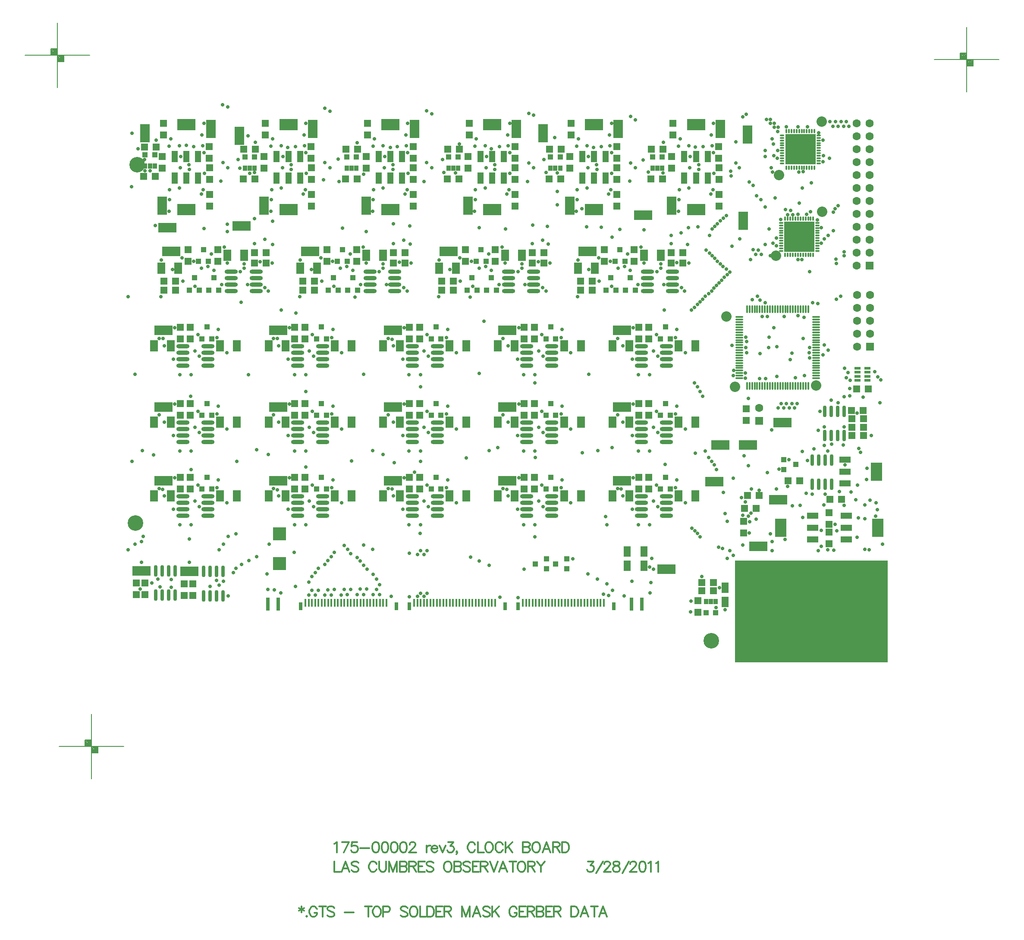
<source format=gts>
%FSLAX23Y23*%
%MOIN*%
G70*
G01*
G75*
G04 Layer_Color=8388736*
%ADD10O,0.010X0.061*%
%ADD11O,0.061X0.010*%
%ADD12R,0.037X0.035*%
%ADD13R,0.037X0.035*%
%ADD14R,0.035X0.037*%
%ADD15R,0.035X0.037*%
%ADD16R,0.138X0.085*%
%ADD17R,0.043X0.085*%
%ADD18R,0.043X0.085*%
%ADD19R,0.135X0.070*%
%ADD20R,0.028X0.036*%
%ADD21R,0.036X0.036*%
%ADD22R,0.036X0.036*%
%ADD23R,0.100X0.100*%
%ADD24R,0.060X0.086*%
%ADD25R,0.045X0.017*%
%ADD26R,0.031X0.060*%
%ADD27R,0.014X0.060*%
%ADD28R,0.030X0.100*%
%ADD29R,0.228X0.228*%
%ADD30O,0.008X0.033*%
%ADD31O,0.033X0.008*%
%ADD32O,0.024X0.087*%
%ADD33R,0.050X0.050*%
%ADD34R,0.070X0.135*%
%ADD35O,0.098X0.028*%
%ADD36R,0.050X0.050*%
%ADD37R,0.085X0.043*%
%ADD38R,0.085X0.043*%
%ADD39R,0.085X0.138*%
%ADD40R,0.048X0.078*%
%ADD41C,0.040*%
%ADD42C,0.010*%
%ADD43C,0.005*%
%ADD44C,0.020*%
%ADD45C,0.007*%
%ADD46C,0.012*%
%ADD47R,1.181X0.787*%
%ADD48C,0.008*%
%ADD49C,0.012*%
%ADD50C,0.012*%
%ADD51C,0.020*%
%ADD52C,0.026*%
%ADD53R,0.059X0.059*%
%ADD54C,0.059*%
%ADD55C,0.236*%
%ADD56C,0.050*%
%ADD57C,0.024*%
%ADD58C,0.040*%
%ADD59C,0.030*%
%ADD60C,0.033*%
%ADD61C,0.055*%
G04:AMPARAMS|DCode=62|XSize=70mil|YSize=70mil|CornerRadius=0mil|HoleSize=0mil|Usage=FLASHONLY|Rotation=0.000|XOffset=0mil|YOffset=0mil|HoleType=Round|Shape=Relief|Width=10mil|Gap=10mil|Entries=4|*
%AMTHD62*
7,0,0,0.070,0.050,0.010,45*
%
%ADD62THD62*%
G04:AMPARAMS|DCode=63|XSize=95.433mil|YSize=95.433mil|CornerRadius=0mil|HoleSize=0mil|Usage=FLASHONLY|Rotation=0.000|XOffset=0mil|YOffset=0mil|HoleType=Round|Shape=Relief|Width=10mil|Gap=10mil|Entries=4|*
%AMTHD63*
7,0,0,0.095,0.075,0.010,45*
%
%ADD63THD63*%
%ADD64C,0.045*%
%ADD65R,0.065X0.024*%
%ADD66R,0.094X0.102*%
%ADD67R,0.075X0.063*%
%ADD68O,0.087X0.024*%
%ADD69R,0.078X0.048*%
%ADD70O,0.028X0.098*%
%ADD71R,1.181X0.787*%
%ADD72C,0.024*%
%ADD73C,0.010*%
%ADD74C,0.010*%
%ADD75C,0.008*%
%ADD76C,0.006*%
%ADD77R,0.240X0.165*%
%ADD78R,1.181X0.787*%
%ADD79O,0.014X0.065*%
%ADD80O,0.065X0.014*%
%ADD81R,0.041X0.039*%
%ADD82R,0.041X0.039*%
%ADD83R,0.039X0.041*%
%ADD84R,0.039X0.041*%
%ADD85R,0.142X0.089*%
%ADD86R,0.047X0.089*%
%ADD87R,0.047X0.089*%
%ADD88R,0.139X0.074*%
%ADD89R,0.032X0.040*%
%ADD90R,0.040X0.040*%
%ADD91R,0.040X0.040*%
%ADD92R,0.104X0.104*%
%ADD93R,0.064X0.090*%
%ADD94R,0.049X0.021*%
%ADD95R,0.232X0.232*%
%ADD96O,0.012X0.037*%
%ADD97O,0.037X0.012*%
%ADD98O,0.028X0.091*%
%ADD99R,0.054X0.054*%
%ADD100R,0.074X0.139*%
%ADD101O,0.102X0.032*%
%ADD102R,0.054X0.054*%
%ADD103R,0.089X0.047*%
%ADD104R,0.089X0.047*%
%ADD105R,0.089X0.142*%
%ADD106R,0.052X0.082*%
%ADD107C,0.080*%
%ADD108C,0.120*%
%ADD109C,0.030*%
%ADD110R,0.063X0.063*%
%ADD111C,0.063*%
%ADD112C,0.240*%
%ADD113C,0.054*%
%ADD114C,0.028*%
D26*
X22685Y15776D02*
D03*
X23425D02*
D03*
X23525D02*
D03*
X24265D02*
D03*
X24365D02*
D03*
X25105D02*
D03*
D27*
X25028Y15804D02*
D03*
X25003D02*
D03*
X24978D02*
D03*
X24953D02*
D03*
X24928D02*
D03*
X24903D02*
D03*
X24878D02*
D03*
X24853D02*
D03*
X24828D02*
D03*
X24803D02*
D03*
X24778D02*
D03*
X24753D02*
D03*
X24728D02*
D03*
X24703D02*
D03*
X24678D02*
D03*
X24653D02*
D03*
X24628D02*
D03*
X24603D02*
D03*
X24578D02*
D03*
X24553D02*
D03*
X24528D02*
D03*
X24503D02*
D03*
X24478D02*
D03*
X24453D02*
D03*
X24428D02*
D03*
X24403D02*
D03*
X24187Y15803D02*
D03*
X24162D02*
D03*
X24137D02*
D03*
X24112D02*
D03*
X24087D02*
D03*
X24062D02*
D03*
X24037D02*
D03*
X24012D02*
D03*
X23987D02*
D03*
X23962D02*
D03*
X23937D02*
D03*
X23912D02*
D03*
X23887D02*
D03*
X23862D02*
D03*
X23837D02*
D03*
X23812D02*
D03*
X23787D02*
D03*
X23762D02*
D03*
X23737D02*
D03*
X23712D02*
D03*
X23687D02*
D03*
X23662D02*
D03*
X23637D02*
D03*
X23612D02*
D03*
X23587D02*
D03*
X23562D02*
D03*
X23347D02*
D03*
X23322D02*
D03*
X23297D02*
D03*
X23272D02*
D03*
X23247D02*
D03*
X23222D02*
D03*
X23197D02*
D03*
X23172D02*
D03*
X23147D02*
D03*
X23122D02*
D03*
X23097D02*
D03*
X23072D02*
D03*
X23047D02*
D03*
X23022D02*
D03*
X22997D02*
D03*
X22972D02*
D03*
X22947D02*
D03*
X22922D02*
D03*
X22897D02*
D03*
X22872D02*
D03*
X22847D02*
D03*
X22822D02*
D03*
X22797D02*
D03*
X22772D02*
D03*
X22747D02*
D03*
X22722D02*
D03*
D28*
X22431Y15794D02*
D03*
X22510D02*
D03*
X25241Y15794D02*
D03*
X25320D02*
D03*
D46*
X22692Y13455D02*
Y13410D01*
X22673Y13444D02*
X22711Y13421D01*
Y13444D02*
X22673Y13421D01*
X22732Y13383D02*
X22728Y13379D01*
X22732Y13375D01*
X22735Y13379D01*
X22732Y13383D01*
X22810Y13436D02*
X22806Y13444D01*
X22799Y13452D01*
X22791Y13455D01*
X22776D01*
X22768Y13452D01*
X22760Y13444D01*
X22757Y13436D01*
X22753Y13425D01*
Y13406D01*
X22757Y13395D01*
X22760Y13387D01*
X22768Y13379D01*
X22776Y13375D01*
X22791D01*
X22799Y13379D01*
X22806Y13387D01*
X22810Y13395D01*
Y13406D01*
X22791D02*
X22810D01*
X22855Y13455D02*
Y13375D01*
X22828Y13455D02*
X22882D01*
X22944Y13444D02*
X22937Y13452D01*
X22925Y13455D01*
X22910D01*
X22899Y13452D01*
X22891Y13444D01*
Y13436D01*
X22895Y13429D01*
X22899Y13425D01*
X22906Y13421D01*
X22929Y13414D01*
X22937Y13410D01*
X22941Y13406D01*
X22944Y13398D01*
Y13387D01*
X22937Y13379D01*
X22925Y13375D01*
X22910D01*
X22899Y13379D01*
X22891Y13387D01*
X23025Y13410D02*
X23094D01*
X23207Y13455D02*
Y13375D01*
X23180Y13455D02*
X23234D01*
X23266D02*
X23258Y13452D01*
X23251Y13444D01*
X23247Y13436D01*
X23243Y13425D01*
Y13406D01*
X23247Y13395D01*
X23251Y13387D01*
X23258Y13379D01*
X23266Y13375D01*
X23281D01*
X23289Y13379D01*
X23296Y13387D01*
X23300Y13395D01*
X23304Y13406D01*
Y13425D01*
X23300Y13436D01*
X23296Y13444D01*
X23289Y13452D01*
X23281Y13455D01*
X23266D01*
X23323Y13414D02*
X23357D01*
X23368Y13417D01*
X23372Y13421D01*
X23376Y13429D01*
Y13440D01*
X23372Y13448D01*
X23368Y13452D01*
X23357Y13455D01*
X23323D01*
Y13375D01*
X23510Y13444D02*
X23502Y13452D01*
X23491Y13455D01*
X23476D01*
X23464Y13452D01*
X23457Y13444D01*
Y13436D01*
X23461Y13429D01*
X23464Y13425D01*
X23472Y13421D01*
X23495Y13414D01*
X23502Y13410D01*
X23506Y13406D01*
X23510Y13398D01*
Y13387D01*
X23502Y13379D01*
X23491Y13375D01*
X23476D01*
X23464Y13379D01*
X23457Y13387D01*
X23551Y13455D02*
X23543Y13452D01*
X23536Y13444D01*
X23532Y13436D01*
X23528Y13425D01*
Y13406D01*
X23532Y13395D01*
X23536Y13387D01*
X23543Y13379D01*
X23551Y13375D01*
X23566D01*
X23574Y13379D01*
X23581Y13387D01*
X23585Y13395D01*
X23589Y13406D01*
Y13425D01*
X23585Y13436D01*
X23581Y13444D01*
X23574Y13452D01*
X23566Y13455D01*
X23551D01*
X23608D02*
Y13375D01*
X23653D01*
X23662Y13455D02*
Y13375D01*
Y13455D02*
X23689D01*
X23700Y13452D01*
X23708Y13444D01*
X23712Y13436D01*
X23715Y13425D01*
Y13406D01*
X23712Y13395D01*
X23708Y13387D01*
X23700Y13379D01*
X23689Y13375D01*
X23662D01*
X23783Y13455D02*
X23733D01*
Y13375D01*
X23783D01*
X23733Y13417D02*
X23764D01*
X23796Y13455D02*
Y13375D01*
Y13455D02*
X23830D01*
X23842Y13452D01*
X23846Y13448D01*
X23849Y13440D01*
Y13433D01*
X23846Y13425D01*
X23842Y13421D01*
X23830Y13417D01*
X23796D01*
X23823D02*
X23849Y13375D01*
X23930Y13455D02*
Y13375D01*
Y13455D02*
X23961Y13375D01*
X23991Y13455D02*
X23961Y13375D01*
X23991Y13455D02*
Y13375D01*
X24075D02*
X24044Y13455D01*
X24014Y13375D01*
X24025Y13402D02*
X24063D01*
X24147Y13444D02*
X24139Y13452D01*
X24128Y13455D01*
X24113D01*
X24101Y13452D01*
X24094Y13444D01*
Y13436D01*
X24097Y13429D01*
X24101Y13425D01*
X24109Y13421D01*
X24132Y13414D01*
X24139Y13410D01*
X24143Y13406D01*
X24147Y13398D01*
Y13387D01*
X24139Y13379D01*
X24128Y13375D01*
X24113D01*
X24101Y13379D01*
X24094Y13387D01*
X24165Y13455D02*
Y13375D01*
X24218Y13455D02*
X24165Y13402D01*
X24184Y13421D02*
X24218Y13375D01*
X24356Y13436D02*
X24352Y13444D01*
X24345Y13452D01*
X24337Y13455D01*
X24322D01*
X24314Y13452D01*
X24306Y13444D01*
X24303Y13436D01*
X24299Y13425D01*
Y13406D01*
X24303Y13395D01*
X24306Y13387D01*
X24314Y13379D01*
X24322Y13375D01*
X24337D01*
X24345Y13379D01*
X24352Y13387D01*
X24356Y13395D01*
Y13406D01*
X24337D02*
X24356D01*
X24424Y13455D02*
X24374D01*
Y13375D01*
X24424D01*
X24374Y13417D02*
X24405D01*
X24437Y13455D02*
Y13375D01*
Y13455D02*
X24471D01*
X24483Y13452D01*
X24487Y13448D01*
X24490Y13440D01*
Y13433D01*
X24487Y13425D01*
X24483Y13421D01*
X24471Y13417D01*
X24437D01*
X24464D02*
X24490Y13375D01*
X24508Y13455D02*
Y13375D01*
Y13455D02*
X24543D01*
X24554Y13452D01*
X24558Y13448D01*
X24562Y13440D01*
Y13433D01*
X24558Y13425D01*
X24554Y13421D01*
X24543Y13417D01*
X24508D02*
X24543D01*
X24554Y13414D01*
X24558Y13410D01*
X24562Y13402D01*
Y13391D01*
X24558Y13383D01*
X24554Y13379D01*
X24543Y13375D01*
X24508D01*
X24629Y13455D02*
X24580D01*
Y13375D01*
X24629D01*
X24580Y13417D02*
X24610D01*
X24642Y13455D02*
Y13375D01*
Y13455D02*
X24677D01*
X24688Y13452D01*
X24692Y13448D01*
X24696Y13440D01*
Y13433D01*
X24692Y13425D01*
X24688Y13421D01*
X24677Y13417D01*
X24642D01*
X24669D02*
X24696Y13375D01*
X24776Y13455D02*
Y13375D01*
Y13455D02*
X24803D01*
X24815Y13452D01*
X24822Y13444D01*
X24826Y13436D01*
X24830Y13425D01*
Y13406D01*
X24826Y13395D01*
X24822Y13387D01*
X24815Y13379D01*
X24803Y13375D01*
X24776D01*
X24909D02*
X24878Y13455D01*
X24848Y13375D01*
X24859Y13402D02*
X24897D01*
X24954Y13455D02*
Y13375D01*
X24927Y13455D02*
X24981D01*
X25051Y13375D02*
X25021Y13455D01*
X24990Y13375D01*
X25002Y13402D02*
X25040D01*
D48*
X20554Y20037D02*
X21054D01*
X20804Y19787D02*
Y20287D01*
X20754Y20037D02*
Y20087D01*
X20804D01*
X20854Y19987D02*
Y20037D01*
X20804Y19987D02*
X20854D01*
X20809Y20032D02*
X20849D01*
Y19992D02*
Y20032D01*
X20809Y19992D02*
X20849D01*
X20809D02*
Y20032D01*
X20814Y20027D02*
X20844D01*
Y19997D02*
Y20027D01*
X20814Y19997D02*
X20844D01*
X20814D02*
Y20022D01*
X20819D02*
X20839D01*
Y20002D02*
Y20022D01*
X20819Y20002D02*
X20839D01*
X20819D02*
Y20017D01*
X20824D02*
X20834D01*
Y20007D02*
Y20017D01*
X20824Y20007D02*
X20834D01*
X20824D02*
Y20017D01*
Y20012D02*
X20834D01*
X20759Y20082D02*
X20799D01*
Y20042D02*
Y20082D01*
X20759Y20042D02*
X20799D01*
X20759D02*
Y20082D01*
X20764Y20077D02*
X20794D01*
Y20047D02*
Y20077D01*
X20764Y20047D02*
X20794D01*
X20764D02*
Y20072D01*
X20769D02*
X20789D01*
Y20052D02*
Y20072D01*
X20769Y20052D02*
X20789D01*
X20769D02*
Y20067D01*
X20774D02*
X20784D01*
Y20057D02*
Y20067D01*
X20774Y20057D02*
X20784D01*
X20774D02*
Y20067D01*
Y20062D02*
X20784D01*
X20818Y14694D02*
X21318D01*
X21068Y14444D02*
Y14944D01*
X21018Y14694D02*
Y14744D01*
X21068D01*
X21118Y14644D02*
Y14694D01*
X21068Y14644D02*
X21118D01*
X21073Y14689D02*
X21113D01*
Y14649D02*
Y14689D01*
X21073Y14649D02*
X21113D01*
X21073D02*
Y14689D01*
X21078Y14684D02*
X21108D01*
Y14654D02*
Y14684D01*
X21078Y14654D02*
X21108D01*
X21078D02*
Y14679D01*
X21083D02*
X21103D01*
Y14659D02*
Y14679D01*
X21083Y14659D02*
X21103D01*
X21083D02*
Y14674D01*
X21088D02*
X21098D01*
Y14664D02*
Y14674D01*
X21088Y14664D02*
X21098D01*
X21088D02*
Y14674D01*
Y14669D02*
X21098D01*
X21023Y14739D02*
X21063D01*
Y14699D02*
Y14739D01*
X21023Y14699D02*
X21063D01*
X21023D02*
Y14739D01*
X21028Y14734D02*
X21058D01*
Y14704D02*
Y14734D01*
X21028Y14704D02*
X21058D01*
X21028D02*
Y14729D01*
X21033D02*
X21053D01*
Y14709D02*
Y14729D01*
X21033Y14709D02*
X21053D01*
X21033D02*
Y14724D01*
X21038D02*
X21048D01*
Y14714D02*
Y14724D01*
X21038Y14714D02*
X21048D01*
X21038D02*
Y14724D01*
Y14719D02*
X21048D01*
X27582Y20004D02*
X28082D01*
X27832Y19754D02*
Y20254D01*
X27782Y20004D02*
Y20054D01*
X27832D01*
X27882Y19954D02*
Y20004D01*
X27832Y19954D02*
X27882D01*
X27837Y19999D02*
X27877D01*
Y19959D02*
Y19999D01*
X27837Y19959D02*
X27877D01*
X27837D02*
Y19999D01*
X27842Y19994D02*
X27872D01*
Y19964D02*
Y19994D01*
X27842Y19964D02*
X27872D01*
X27842D02*
Y19989D01*
X27847D02*
X27867D01*
Y19969D02*
Y19989D01*
X27847Y19969D02*
X27867D01*
X27847D02*
Y19984D01*
X27852D02*
X27862D01*
Y19974D02*
Y19984D01*
X27852Y19974D02*
X27862D01*
X27852D02*
Y19984D01*
Y19979D02*
X27862D01*
X27787Y20049D02*
X27827D01*
Y20009D02*
Y20049D01*
X27787Y20009D02*
X27827D01*
X27787D02*
Y20049D01*
X27792Y20044D02*
X27822D01*
Y20014D02*
Y20044D01*
X27792Y20014D02*
X27822D01*
X27792D02*
Y20039D01*
X27797D02*
X27817D01*
Y20019D02*
Y20039D01*
X27797Y20019D02*
X27817D01*
X27797D02*
Y20034D01*
X27802D02*
X27812D01*
Y20024D02*
Y20034D01*
X27802Y20024D02*
X27812D01*
X27802D02*
Y20034D01*
Y20029D02*
X27812D01*
D49*
X22945Y13938D02*
X22953Y13942D01*
X22964Y13953D01*
Y13873D01*
X23057Y13953D02*
X23019Y13873D01*
X23004Y13953D02*
X23057D01*
X23121D02*
X23083D01*
X23079Y13919D01*
X23083Y13923D01*
X23094Y13926D01*
X23106D01*
X23117Y13923D01*
X23125Y13915D01*
X23128Y13904D01*
Y13896D01*
X23125Y13885D01*
X23117Y13877D01*
X23106Y13873D01*
X23094D01*
X23083Y13877D01*
X23079Y13881D01*
X23075Y13888D01*
X23146Y13907D02*
X23215D01*
X23261Y13953D02*
X23250Y13949D01*
X23242Y13938D01*
X23239Y13919D01*
Y13907D01*
X23242Y13888D01*
X23250Y13877D01*
X23261Y13873D01*
X23269D01*
X23280Y13877D01*
X23288Y13888D01*
X23292Y13907D01*
Y13919D01*
X23288Y13938D01*
X23280Y13949D01*
X23269Y13953D01*
X23261D01*
X23333D02*
X23321Y13949D01*
X23314Y13938D01*
X23310Y13919D01*
Y13907D01*
X23314Y13888D01*
X23321Y13877D01*
X23333Y13873D01*
X23340D01*
X23352Y13877D01*
X23359Y13888D01*
X23363Y13907D01*
Y13919D01*
X23359Y13938D01*
X23352Y13949D01*
X23340Y13953D01*
X23333D01*
X23404D02*
X23392Y13949D01*
X23385Y13938D01*
X23381Y13919D01*
Y13907D01*
X23385Y13888D01*
X23392Y13877D01*
X23404Y13873D01*
X23411D01*
X23423Y13877D01*
X23431Y13888D01*
X23434Y13907D01*
Y13919D01*
X23431Y13938D01*
X23423Y13949D01*
X23411Y13953D01*
X23404D01*
X23475D02*
X23464Y13949D01*
X23456Y13938D01*
X23452Y13919D01*
Y13907D01*
X23456Y13888D01*
X23464Y13877D01*
X23475Y13873D01*
X23483D01*
X23494Y13877D01*
X23502Y13888D01*
X23506Y13907D01*
Y13919D01*
X23502Y13938D01*
X23494Y13949D01*
X23483Y13953D01*
X23475D01*
X23527Y13934D02*
Y13938D01*
X23531Y13945D01*
X23535Y13949D01*
X23543Y13953D01*
X23558D01*
X23565Y13949D01*
X23569Y13945D01*
X23573Y13938D01*
Y13930D01*
X23569Y13923D01*
X23562Y13911D01*
X23523Y13873D01*
X23577D01*
X23658Y13926D02*
Y13873D01*
Y13904D02*
X23661Y13915D01*
X23669Y13923D01*
X23677Y13926D01*
X23688D01*
X23695Y13904D02*
X23741D01*
Y13911D01*
X23737Y13919D01*
X23733Y13923D01*
X23726Y13926D01*
X23714D01*
X23707Y13923D01*
X23699Y13915D01*
X23695Y13904D01*
Y13896D01*
X23699Y13885D01*
X23707Y13877D01*
X23714Y13873D01*
X23726D01*
X23733Y13877D01*
X23741Y13885D01*
X23758Y13926D02*
X23781Y13873D01*
X23804Y13926D02*
X23781Y13873D01*
X23824Y13953D02*
X23866D01*
X23843Y13923D01*
X23855D01*
X23862Y13919D01*
X23866Y13915D01*
X23870Y13904D01*
Y13896D01*
X23866Y13885D01*
X23859Y13877D01*
X23847Y13873D01*
X23836D01*
X23824Y13877D01*
X23821Y13881D01*
X23817Y13888D01*
X23896Y13877D02*
X23892Y13873D01*
X23888Y13877D01*
X23892Y13881D01*
X23896Y13877D01*
Y13869D01*
X23892Y13862D01*
X23888Y13858D01*
X24033Y13934D02*
X24029Y13942D01*
X24022Y13949D01*
X24014Y13953D01*
X23999D01*
X23991Y13949D01*
X23984Y13942D01*
X23980Y13934D01*
X23976Y13923D01*
Y13904D01*
X23980Y13892D01*
X23984Y13885D01*
X23991Y13877D01*
X23999Y13873D01*
X24014D01*
X24022Y13877D01*
X24029Y13885D01*
X24033Y13892D01*
X24056Y13953D02*
Y13873D01*
X24101D01*
X24133Y13953D02*
X24125Y13949D01*
X24118Y13942D01*
X24114Y13934D01*
X24110Y13923D01*
Y13904D01*
X24114Y13892D01*
X24118Y13885D01*
X24125Y13877D01*
X24133Y13873D01*
X24148D01*
X24156Y13877D01*
X24163Y13885D01*
X24167Y13892D01*
X24171Y13904D01*
Y13923D01*
X24167Y13934D01*
X24163Y13942D01*
X24156Y13949D01*
X24148Y13953D01*
X24133D01*
X24247Y13934D02*
X24243Y13942D01*
X24235Y13949D01*
X24228Y13953D01*
X24212D01*
X24205Y13949D01*
X24197Y13942D01*
X24193Y13934D01*
X24190Y13923D01*
Y13904D01*
X24193Y13892D01*
X24197Y13885D01*
X24205Y13877D01*
X24212Y13873D01*
X24228D01*
X24235Y13877D01*
X24243Y13885D01*
X24247Y13892D01*
X24269Y13953D02*
Y13873D01*
X24323Y13953D02*
X24269Y13900D01*
X24288Y13919D02*
X24323Y13873D01*
X24403Y13953D02*
Y13873D01*
Y13953D02*
X24438D01*
X24449Y13949D01*
X24453Y13945D01*
X24457Y13938D01*
Y13930D01*
X24453Y13923D01*
X24449Y13919D01*
X24438Y13915D01*
X24403D02*
X24438D01*
X24449Y13911D01*
X24453Y13907D01*
X24457Y13900D01*
Y13888D01*
X24453Y13881D01*
X24449Y13877D01*
X24438Y13873D01*
X24403D01*
X24497Y13953D02*
X24490Y13949D01*
X24482Y13942D01*
X24478Y13934D01*
X24474Y13923D01*
Y13904D01*
X24478Y13892D01*
X24482Y13885D01*
X24490Y13877D01*
X24497Y13873D01*
X24513D01*
X24520Y13877D01*
X24528Y13885D01*
X24532Y13892D01*
X24535Y13904D01*
Y13923D01*
X24532Y13934D01*
X24528Y13942D01*
X24520Y13949D01*
X24513Y13953D01*
X24497D01*
X24615Y13873D02*
X24585Y13953D01*
X24554Y13873D01*
X24566Y13900D02*
X24604D01*
X24634Y13953D02*
Y13873D01*
Y13953D02*
X24668D01*
X24679Y13949D01*
X24683Y13945D01*
X24687Y13938D01*
Y13930D01*
X24683Y13923D01*
X24679Y13919D01*
X24668Y13915D01*
X24634D01*
X24660D02*
X24687Y13873D01*
X24705Y13953D02*
Y13873D01*
Y13953D02*
X24732D01*
X24743Y13949D01*
X24751Y13942D01*
X24754Y13934D01*
X24758Y13923D01*
Y13904D01*
X24754Y13892D01*
X24751Y13885D01*
X24743Y13877D01*
X24732Y13873D01*
X24705D01*
D50*
X22945Y13803D02*
Y13723D01*
X22991D01*
X23061D02*
X23030Y13803D01*
X23000Y13723D01*
X23011Y13750D02*
X23049D01*
X23133Y13792D02*
X23125Y13799D01*
X23114Y13803D01*
X23098D01*
X23087Y13799D01*
X23079Y13792D01*
Y13784D01*
X23083Y13776D01*
X23087Y13773D01*
X23095Y13769D01*
X23117Y13761D01*
X23125Y13757D01*
X23129Y13754D01*
X23133Y13746D01*
Y13735D01*
X23125Y13727D01*
X23114Y13723D01*
X23098D01*
X23087Y13727D01*
X23079Y13735D01*
X23271Y13784D02*
X23267Y13792D01*
X23259Y13799D01*
X23252Y13803D01*
X23236D01*
X23229Y13799D01*
X23221Y13792D01*
X23217Y13784D01*
X23213Y13773D01*
Y13754D01*
X23217Y13742D01*
X23221Y13735D01*
X23229Y13727D01*
X23236Y13723D01*
X23252D01*
X23259Y13727D01*
X23267Y13735D01*
X23271Y13742D01*
X23293Y13803D02*
Y13746D01*
X23297Y13735D01*
X23304Y13727D01*
X23316Y13723D01*
X23324D01*
X23335Y13727D01*
X23343Y13735D01*
X23346Y13746D01*
Y13803D01*
X23368D02*
Y13723D01*
Y13803D02*
X23399Y13723D01*
X23429Y13803D02*
X23399Y13723D01*
X23429Y13803D02*
Y13723D01*
X23452Y13803D02*
Y13723D01*
Y13803D02*
X23487D01*
X23498Y13799D01*
X23502Y13795D01*
X23506Y13788D01*
Y13780D01*
X23502Y13773D01*
X23498Y13769D01*
X23487Y13765D01*
X23452D02*
X23487D01*
X23498Y13761D01*
X23502Y13757D01*
X23506Y13750D01*
Y13738D01*
X23502Y13731D01*
X23498Y13727D01*
X23487Y13723D01*
X23452D01*
X23523Y13803D02*
Y13723D01*
Y13803D02*
X23558D01*
X23569Y13799D01*
X23573Y13795D01*
X23577Y13788D01*
Y13780D01*
X23573Y13773D01*
X23569Y13769D01*
X23558Y13765D01*
X23523D01*
X23550D02*
X23577Y13723D01*
X23644Y13803D02*
X23595D01*
Y13723D01*
X23644D01*
X23595Y13765D02*
X23625D01*
X23711Y13792D02*
X23703Y13799D01*
X23692Y13803D01*
X23677D01*
X23665Y13799D01*
X23658Y13792D01*
Y13784D01*
X23661Y13776D01*
X23665Y13773D01*
X23673Y13769D01*
X23696Y13761D01*
X23703Y13757D01*
X23707Y13754D01*
X23711Y13746D01*
Y13735D01*
X23703Y13727D01*
X23692Y13723D01*
X23677D01*
X23665Y13727D01*
X23658Y13735D01*
X23814Y13803D02*
X23807Y13799D01*
X23799Y13792D01*
X23795Y13784D01*
X23792Y13773D01*
Y13754D01*
X23795Y13742D01*
X23799Y13735D01*
X23807Y13727D01*
X23814Y13723D01*
X23830D01*
X23837Y13727D01*
X23845Y13735D01*
X23849Y13742D01*
X23853Y13754D01*
Y13773D01*
X23849Y13784D01*
X23845Y13792D01*
X23837Y13799D01*
X23830Y13803D01*
X23814D01*
X23871D02*
Y13723D01*
Y13803D02*
X23905D01*
X23917Y13799D01*
X23921Y13795D01*
X23925Y13788D01*
Y13780D01*
X23921Y13773D01*
X23917Y13769D01*
X23905Y13765D01*
X23871D02*
X23905D01*
X23917Y13761D01*
X23921Y13757D01*
X23925Y13750D01*
Y13738D01*
X23921Y13731D01*
X23917Y13727D01*
X23905Y13723D01*
X23871D01*
X23996Y13792D02*
X23988Y13799D01*
X23977Y13803D01*
X23961D01*
X23950Y13799D01*
X23942Y13792D01*
Y13784D01*
X23946Y13776D01*
X23950Y13773D01*
X23958Y13769D01*
X23981Y13761D01*
X23988Y13757D01*
X23992Y13754D01*
X23996Y13746D01*
Y13735D01*
X23988Y13727D01*
X23977Y13723D01*
X23961D01*
X23950Y13727D01*
X23942Y13735D01*
X24063Y13803D02*
X24014D01*
Y13723D01*
X24063D01*
X24014Y13765D02*
X24044D01*
X24076Y13803D02*
Y13723D01*
Y13803D02*
X24111D01*
X24122Y13799D01*
X24126Y13795D01*
X24130Y13788D01*
Y13780D01*
X24126Y13773D01*
X24122Y13769D01*
X24111Y13765D01*
X24076D01*
X24103D02*
X24130Y13723D01*
X24148Y13803D02*
X24178Y13723D01*
X24209Y13803D02*
X24178Y13723D01*
X24280D02*
X24249Y13803D01*
X24219Y13723D01*
X24230Y13750D02*
X24268D01*
X24325Y13803D02*
Y13723D01*
X24299Y13803D02*
X24352D01*
X24384D02*
X24377Y13799D01*
X24369Y13792D01*
X24365Y13784D01*
X24361Y13773D01*
Y13754D01*
X24365Y13742D01*
X24369Y13735D01*
X24377Y13727D01*
X24384Y13723D01*
X24399D01*
X24407Y13727D01*
X24415Y13735D01*
X24419Y13742D01*
X24422Y13754D01*
Y13773D01*
X24419Y13784D01*
X24415Y13792D01*
X24407Y13799D01*
X24399Y13803D01*
X24384D01*
X24441D02*
Y13723D01*
Y13803D02*
X24475D01*
X24487Y13799D01*
X24490Y13795D01*
X24494Y13788D01*
Y13780D01*
X24490Y13773D01*
X24487Y13769D01*
X24475Y13765D01*
X24441D01*
X24468D02*
X24494Y13723D01*
X24512Y13803D02*
X24543Y13765D01*
Y13723D01*
X24573Y13803D02*
X24543Y13765D01*
X24905Y13803D02*
X24947D01*
X24924Y13773D01*
X24936D01*
X24943Y13769D01*
X24947Y13765D01*
X24951Y13754D01*
Y13746D01*
X24947Y13735D01*
X24940Y13727D01*
X24928Y13723D01*
X24917D01*
X24905Y13727D01*
X24901Y13731D01*
X24898Y13738D01*
X24969Y13712D02*
X25022Y13803D01*
X25031Y13784D02*
Y13788D01*
X25035Y13795D01*
X25039Y13799D01*
X25047Y13803D01*
X25062D01*
X25069Y13799D01*
X25073Y13795D01*
X25077Y13788D01*
Y13780D01*
X25073Y13773D01*
X25066Y13761D01*
X25028Y13723D01*
X25081D01*
X25118Y13803D02*
X25106Y13799D01*
X25103Y13792D01*
Y13784D01*
X25106Y13776D01*
X25114Y13773D01*
X25129Y13769D01*
X25141Y13765D01*
X25148Y13757D01*
X25152Y13750D01*
Y13738D01*
X25148Y13731D01*
X25144Y13727D01*
X25133Y13723D01*
X25118D01*
X25106Y13727D01*
X25103Y13731D01*
X25099Y13738D01*
Y13750D01*
X25103Y13757D01*
X25110Y13765D01*
X25122Y13769D01*
X25137Y13773D01*
X25144Y13776D01*
X25148Y13784D01*
Y13792D01*
X25144Y13799D01*
X25133Y13803D01*
X25118D01*
X25170Y13712D02*
X25223Y13803D01*
X25232Y13784D02*
Y13788D01*
X25236Y13795D01*
X25240Y13799D01*
X25248Y13803D01*
X25263D01*
X25271Y13799D01*
X25274Y13795D01*
X25278Y13788D01*
Y13780D01*
X25274Y13773D01*
X25267Y13761D01*
X25229Y13723D01*
X25282D01*
X25323Y13803D02*
X25311Y13799D01*
X25304Y13788D01*
X25300Y13769D01*
Y13757D01*
X25304Y13738D01*
X25311Y13727D01*
X25323Y13723D01*
X25330D01*
X25342Y13727D01*
X25349Y13738D01*
X25353Y13757D01*
Y13769D01*
X25349Y13788D01*
X25342Y13799D01*
X25330Y13803D01*
X25323D01*
X25371Y13788D02*
X25379Y13792D01*
X25390Y13803D01*
Y13723D01*
X25430Y13788D02*
X25437Y13792D01*
X25449Y13803D01*
Y13723D01*
D52*
X26443Y18537D02*
D03*
Y18631D02*
D03*
X26491Y18679D02*
D03*
X26452Y19214D02*
D03*
Y19308D02*
D03*
X26500Y19355D02*
D03*
D57*
X25700Y19514D02*
D03*
X25740D02*
D03*
X25779D02*
D03*
Y19475D02*
D03*
X25740D02*
D03*
X25700D02*
D03*
X21763Y19475D02*
D03*
X21803D02*
D03*
X21842D02*
D03*
Y19514D02*
D03*
X21803D02*
D03*
X21763D02*
D03*
X27111Y16857D02*
D03*
Y16817D02*
D03*
Y16778D02*
D03*
X27151D02*
D03*
Y16817D02*
D03*
Y16857D02*
D03*
X27122Y16424D02*
D03*
Y16384D02*
D03*
Y16345D02*
D03*
X27161D02*
D03*
Y16384D02*
D03*
Y16424D02*
D03*
X26381Y16345D02*
D03*
Y16384D02*
D03*
Y16424D02*
D03*
X26420D02*
D03*
Y16384D02*
D03*
Y16345D02*
D03*
X25779Y18864D02*
D03*
X25740D02*
D03*
X25700D02*
D03*
Y18825D02*
D03*
X25740D02*
D03*
X25779D02*
D03*
X24992Y18864D02*
D03*
X24952D02*
D03*
X24913D02*
D03*
Y18825D02*
D03*
X24952D02*
D03*
X24992D02*
D03*
X24204Y18864D02*
D03*
X24165D02*
D03*
X24125D02*
D03*
Y18825D02*
D03*
X24165D02*
D03*
X24204D02*
D03*
X23417Y18864D02*
D03*
X23377D02*
D03*
X23338D02*
D03*
Y18825D02*
D03*
X23377D02*
D03*
X23417D02*
D03*
X22629Y18864D02*
D03*
X22590D02*
D03*
X22551D02*
D03*
Y18825D02*
D03*
X22590D02*
D03*
X22629D02*
D03*
X21842Y18864D02*
D03*
X21803D02*
D03*
X21763D02*
D03*
Y18825D02*
D03*
X21803D02*
D03*
X21842D02*
D03*
X24913Y19475D02*
D03*
X24952D02*
D03*
X24992D02*
D03*
Y19514D02*
D03*
X24952D02*
D03*
X24913D02*
D03*
X24125Y19475D02*
D03*
X24165D02*
D03*
X24204D02*
D03*
Y19514D02*
D03*
X24165D02*
D03*
X24125D02*
D03*
X23338Y19475D02*
D03*
X23377D02*
D03*
X23417D02*
D03*
Y19514D02*
D03*
X23377D02*
D03*
X23338D02*
D03*
X22551Y19475D02*
D03*
X22590D02*
D03*
X22629D02*
D03*
Y19514D02*
D03*
X22590D02*
D03*
X22551D02*
D03*
D78*
X26631Y15735D02*
D03*
D79*
X26134Y18071D02*
D03*
X26154D02*
D03*
X26174D02*
D03*
X26194D02*
D03*
X26213D02*
D03*
X26233D02*
D03*
X26253D02*
D03*
X26272D02*
D03*
X26292D02*
D03*
X26312D02*
D03*
X26331D02*
D03*
X26351D02*
D03*
X26371D02*
D03*
X26390D02*
D03*
X26410D02*
D03*
X26430D02*
D03*
X26449D02*
D03*
X26469D02*
D03*
X26489D02*
D03*
X26508D02*
D03*
X26528D02*
D03*
X26548D02*
D03*
X26568D02*
D03*
X26587D02*
D03*
X26607D02*
D03*
Y17479D02*
D03*
X26587D02*
D03*
X26568D02*
D03*
X26548D02*
D03*
X26528D02*
D03*
X26508D02*
D03*
X26489D02*
D03*
X26469D02*
D03*
X26449D02*
D03*
X26430D02*
D03*
X26410D02*
D03*
X26390D02*
D03*
X26371D02*
D03*
X26351D02*
D03*
X26331D02*
D03*
X26312D02*
D03*
X26292D02*
D03*
X26272D02*
D03*
X26253D02*
D03*
X26233D02*
D03*
X26213D02*
D03*
X26194D02*
D03*
X26174D02*
D03*
X26154D02*
D03*
X26134D02*
D03*
D80*
X26667Y18011D02*
D03*
Y17992D02*
D03*
Y17972D02*
D03*
Y17952D02*
D03*
Y17933D02*
D03*
Y17913D02*
D03*
Y17893D02*
D03*
Y17874D02*
D03*
Y17854D02*
D03*
Y17834D02*
D03*
Y17815D02*
D03*
Y17795D02*
D03*
Y17775D02*
D03*
Y17755D02*
D03*
Y17736D02*
D03*
Y17716D02*
D03*
Y17696D02*
D03*
Y17677D02*
D03*
Y17657D02*
D03*
Y17637D02*
D03*
Y17618D02*
D03*
Y17598D02*
D03*
Y17578D02*
D03*
Y17559D02*
D03*
Y17539D02*
D03*
X26074D02*
D03*
Y17559D02*
D03*
Y17578D02*
D03*
Y17598D02*
D03*
Y17618D02*
D03*
Y17637D02*
D03*
Y17657D02*
D03*
Y17677D02*
D03*
Y17696D02*
D03*
Y17716D02*
D03*
Y17736D02*
D03*
Y17755D02*
D03*
Y17775D02*
D03*
Y17795D02*
D03*
Y17815D02*
D03*
Y17834D02*
D03*
Y17854D02*
D03*
Y17874D02*
D03*
Y17893D02*
D03*
Y17913D02*
D03*
Y17933D02*
D03*
Y17952D02*
D03*
Y17972D02*
D03*
Y17992D02*
D03*
Y18011D02*
D03*
D81*
X26419Y16909D02*
D03*
X26512Y16872D02*
D03*
D82*
X26419Y16834D02*
D03*
D83*
X21864Y18317D02*
D03*
X21826Y18219D02*
D03*
X25466Y17842D02*
D03*
X25504Y17935D02*
D03*
X22809Y17842D02*
D03*
X22846Y17935D02*
D03*
X25115Y18442D02*
D03*
X25152Y18534D02*
D03*
X24042Y18442D02*
D03*
X24079Y18534D02*
D03*
X22969Y18442D02*
D03*
X23007Y18534D02*
D03*
X21896Y18442D02*
D03*
X21934Y18534D02*
D03*
X24580Y17842D02*
D03*
X24618Y17935D02*
D03*
X23695Y17842D02*
D03*
X23732Y17935D02*
D03*
X21923Y17842D02*
D03*
X21960Y17935D02*
D03*
X25232Y18317D02*
D03*
X25195Y18219D02*
D03*
X24159Y18317D02*
D03*
X24122Y18219D02*
D03*
X23087Y18317D02*
D03*
X23049Y18219D02*
D03*
X22014Y18317D02*
D03*
X21976Y18219D02*
D03*
X25082Y18317D02*
D03*
X25045Y18219D02*
D03*
X24009Y18317D02*
D03*
X23972Y18219D02*
D03*
X22937Y18317D02*
D03*
X22899Y18219D02*
D03*
X21960Y17344D02*
D03*
X21923Y17252D02*
D03*
X24618Y17344D02*
D03*
X24580Y17252D02*
D03*
X25504Y17344D02*
D03*
X25466Y17252D02*
D03*
X21960Y16773D02*
D03*
X21923Y16681D02*
D03*
X22846Y16773D02*
D03*
X22809Y16681D02*
D03*
X25504Y16773D02*
D03*
X25466Y16681D02*
D03*
X22846Y17344D02*
D03*
X22809Y17252D02*
D03*
X23732Y17344D02*
D03*
X23695Y17252D02*
D03*
X23732Y16773D02*
D03*
X23695Y16681D02*
D03*
X24618Y16773D02*
D03*
X24580Y16681D02*
D03*
D84*
X21901Y18219D02*
D03*
X25541Y17842D02*
D03*
X22884D02*
D03*
X25190Y18442D02*
D03*
X24117D02*
D03*
X23044D02*
D03*
X21971D02*
D03*
X24655Y17842D02*
D03*
X23769D02*
D03*
X21998D02*
D03*
X25270Y18219D02*
D03*
X24197D02*
D03*
X23124D02*
D03*
X22051D02*
D03*
X25120D02*
D03*
X24047D02*
D03*
X22974D02*
D03*
X21998Y17252D02*
D03*
X24655D02*
D03*
X25541D02*
D03*
X21998Y16681D02*
D03*
X22884D02*
D03*
X25541D02*
D03*
X22884Y17252D02*
D03*
X23769Y17252D02*
D03*
X23769Y16681D02*
D03*
X24655D02*
D03*
D85*
X25740Y19498D02*
D03*
X21803Y19498D02*
D03*
X25740Y18841D02*
D03*
X24952D02*
D03*
X24165D02*
D03*
X23377D02*
D03*
X22590D02*
D03*
X21803D02*
D03*
X24952Y19498D02*
D03*
X24165Y19498D02*
D03*
X23377Y19498D02*
D03*
X22590Y19498D02*
D03*
D86*
X25830Y19254D02*
D03*
X25649D02*
D03*
X21712Y19254D02*
D03*
X21893D02*
D03*
X25830Y19085D02*
D03*
X25649D02*
D03*
X25043Y19085D02*
D03*
X24862D02*
D03*
X24255D02*
D03*
X24074D02*
D03*
X23468D02*
D03*
X23287D02*
D03*
X22681D02*
D03*
X22499D02*
D03*
X21893D02*
D03*
X21712D02*
D03*
X24862Y19254D02*
D03*
X25043D02*
D03*
X24074Y19254D02*
D03*
X24255D02*
D03*
X23287Y19254D02*
D03*
X23468D02*
D03*
X22499Y19254D02*
D03*
X22681D02*
D03*
D87*
X25740Y19254D02*
D03*
X21803Y19254D02*
D03*
X25740Y19085D02*
D03*
X24952Y19085D02*
D03*
X24165D02*
D03*
X23377D02*
D03*
X22590D02*
D03*
X21803D02*
D03*
X24952Y19254D02*
D03*
X24165Y19254D02*
D03*
X23377Y19254D02*
D03*
X22590Y19254D02*
D03*
D88*
X24283Y16747D02*
D03*
X22228Y18716D02*
D03*
X25510Y16062D02*
D03*
X26407Y17196D02*
D03*
X26142Y17021D02*
D03*
X25333Y18798D02*
D03*
X21655Y18703D02*
D03*
X25169Y17908D02*
D03*
X22511D02*
D03*
X21626D02*
D03*
X23397D02*
D03*
X24283D02*
D03*
X21684Y18518D02*
D03*
X22757D02*
D03*
X23829D02*
D03*
X24902D02*
D03*
X25880Y16738D02*
D03*
X26223Y16239D02*
D03*
X26374Y16599D02*
D03*
X25929Y17024D02*
D03*
X21455Y16050D02*
D03*
X21825Y16045D02*
D03*
X21626Y17317D02*
D03*
X24283D02*
D03*
X25169D02*
D03*
X21626Y16747D02*
D03*
X22511D02*
D03*
X25169D02*
D03*
X22511Y17317D02*
D03*
X23397Y17317D02*
D03*
Y16747D02*
D03*
D89*
X25893Y15813D02*
D03*
X25819D02*
D03*
X25856D02*
D03*
X25404Y19162D02*
D03*
X25478D02*
D03*
X25441D02*
D03*
X24616D02*
D03*
X24690D02*
D03*
X24653D02*
D03*
X23829D02*
D03*
X23903D02*
D03*
X23866D02*
D03*
X23042D02*
D03*
X23116D02*
D03*
X23079D02*
D03*
X22254D02*
D03*
X22328D02*
D03*
X22291D02*
D03*
X21483Y19179D02*
D03*
X21557D02*
D03*
X21520D02*
D03*
D90*
X25893Y15727D02*
D03*
X25819D02*
D03*
X25404Y19248D02*
D03*
X25478D02*
D03*
X24616D02*
D03*
X24690D02*
D03*
X23829D02*
D03*
X23903D02*
D03*
X23042D02*
D03*
X23116D02*
D03*
X22254D02*
D03*
X22328D02*
D03*
X21483Y19265D02*
D03*
X21557D02*
D03*
D91*
X24740Y16141D02*
D03*
X24654Y16104D02*
D03*
X24740Y16067D02*
D03*
X24584Y16141D02*
D03*
X24498Y16104D02*
D03*
X24584Y16067D02*
D03*
D92*
X22521Y16336D02*
D03*
Y16106D02*
D03*
D93*
X24720Y16628D02*
D03*
X24850D02*
D03*
X25736Y17790D02*
D03*
X25606D02*
D03*
X23078D02*
D03*
X22948D02*
D03*
X25094D02*
D03*
X25224D02*
D03*
X22437D02*
D03*
X22567D02*
D03*
X24827Y18388D02*
D03*
X24957D02*
D03*
X23754D02*
D03*
X23884D02*
D03*
X22812D02*
D03*
X22682D02*
D03*
X21609D02*
D03*
X21739D02*
D03*
X25337Y18488D02*
D03*
X25467D02*
D03*
X24264D02*
D03*
X24394D02*
D03*
X23322D02*
D03*
X23192D02*
D03*
X22119D02*
D03*
X22249D02*
D03*
X24850Y17790D02*
D03*
X24720D02*
D03*
X23964D02*
D03*
X23834D02*
D03*
X22193D02*
D03*
X22063D02*
D03*
X24208D02*
D03*
X24338D02*
D03*
X23322D02*
D03*
X23452D02*
D03*
X21551D02*
D03*
X21681D02*
D03*
Y17199D02*
D03*
X21551D02*
D03*
X24338D02*
D03*
X24208D02*
D03*
X25224D02*
D03*
X25094D02*
D03*
X21681Y16628D02*
D03*
X21551D02*
D03*
X22567D02*
D03*
X22437D02*
D03*
X25224Y16628D02*
D03*
X25094D02*
D03*
X22063Y17199D02*
D03*
X22193D02*
D03*
X24720D02*
D03*
X24850D02*
D03*
X25606D02*
D03*
X25736D02*
D03*
X22063Y16628D02*
D03*
X22193D02*
D03*
X22948D02*
D03*
X23078D02*
D03*
X25606Y16628D02*
D03*
X25736D02*
D03*
X22567Y17199D02*
D03*
X22437D02*
D03*
X23452Y17199D02*
D03*
X23322D02*
D03*
X23452Y16628D02*
D03*
X23322D02*
D03*
X24338D02*
D03*
X24208D02*
D03*
X22948Y17199D02*
D03*
X23078D02*
D03*
X23834Y17199D02*
D03*
X23964D02*
D03*
X23834Y16628D02*
D03*
X23964D02*
D03*
D94*
X27066Y17617D02*
D03*
Y17586D02*
D03*
Y17554D02*
D03*
Y17523D02*
D03*
X26989D02*
D03*
Y17554D02*
D03*
Y17586D02*
D03*
Y17617D02*
D03*
D95*
X26538Y18631D02*
D03*
X26547Y19308D02*
D03*
D96*
X26429Y18772D02*
D03*
X26449D02*
D03*
X26469D02*
D03*
X26489D02*
D03*
X26508D02*
D03*
X26528D02*
D03*
X26548D02*
D03*
X26567D02*
D03*
X26587D02*
D03*
X26607D02*
D03*
X26626D02*
D03*
X26646D02*
D03*
Y18491D02*
D03*
X26626D02*
D03*
X26607D02*
D03*
X26587D02*
D03*
X26567D02*
D03*
X26548D02*
D03*
X26528D02*
D03*
X26508D02*
D03*
X26489D02*
D03*
X26469D02*
D03*
X26449D02*
D03*
X26429D02*
D03*
X26438Y19449D02*
D03*
X26458D02*
D03*
X26478D02*
D03*
X26498D02*
D03*
X26517D02*
D03*
X26537D02*
D03*
X26557D02*
D03*
X26576D02*
D03*
X26596D02*
D03*
X26616D02*
D03*
X26635D02*
D03*
X26655D02*
D03*
Y19167D02*
D03*
X26635D02*
D03*
X26596D02*
D03*
X26576D02*
D03*
X26557D02*
D03*
X26537D02*
D03*
X26517D02*
D03*
X26498D02*
D03*
X26478D02*
D03*
X26458D02*
D03*
X26438D02*
D03*
X26616D02*
D03*
D97*
X26679Y18740D02*
D03*
Y18720D02*
D03*
Y18700D02*
D03*
Y18680D02*
D03*
Y18661D02*
D03*
Y18641D02*
D03*
Y18621D02*
D03*
Y18602D02*
D03*
Y18582D02*
D03*
Y18562D02*
D03*
Y18543D02*
D03*
Y18523D02*
D03*
X26397D02*
D03*
Y18543D02*
D03*
Y18562D02*
D03*
Y18582D02*
D03*
Y18602D02*
D03*
Y18621D02*
D03*
Y18641D02*
D03*
Y18661D02*
D03*
Y18680D02*
D03*
Y18700D02*
D03*
Y18720D02*
D03*
Y18740D02*
D03*
X26688Y19416D02*
D03*
Y19397D02*
D03*
Y19377D02*
D03*
Y19357D02*
D03*
Y19338D02*
D03*
Y19318D02*
D03*
Y19298D02*
D03*
Y19278D02*
D03*
Y19259D02*
D03*
Y19239D02*
D03*
Y19219D02*
D03*
Y19200D02*
D03*
X26406Y19219D02*
D03*
Y19239D02*
D03*
Y19259D02*
D03*
Y19278D02*
D03*
Y19298D02*
D03*
Y19318D02*
D03*
Y19338D02*
D03*
Y19357D02*
D03*
Y19377D02*
D03*
Y19397D02*
D03*
Y19416D02*
D03*
Y19200D02*
D03*
D98*
X21935Y15856D02*
D03*
X21985D02*
D03*
X22035D02*
D03*
X22085D02*
D03*
X21935Y16045D02*
D03*
X21985D02*
D03*
X22035D02*
D03*
X22085D02*
D03*
X26735Y17095D02*
D03*
X26785D02*
D03*
X26835D02*
D03*
X26885D02*
D03*
X26735Y17284D02*
D03*
X26785D02*
D03*
X26835D02*
D03*
X26885D02*
D03*
X21565Y15861D02*
D03*
X21615D02*
D03*
X21665D02*
D03*
X21715D02*
D03*
X21565Y16050D02*
D03*
X21615D02*
D03*
X21665D02*
D03*
X21715D02*
D03*
X26638Y16718D02*
D03*
X26688D02*
D03*
X26738D02*
D03*
X26788D02*
D03*
X26638Y16907D02*
D03*
X26688D02*
D03*
X26738D02*
D03*
X26788D02*
D03*
D99*
X25486Y19308D02*
D03*
X25396D02*
D03*
X24698D02*
D03*
X24608D02*
D03*
X23911D02*
D03*
X23821D02*
D03*
X23124D02*
D03*
X23034D02*
D03*
X22336D02*
D03*
X22246D02*
D03*
X21568Y19325D02*
D03*
X21478D02*
D03*
X25876Y15895D02*
D03*
X25786D02*
D03*
X25876Y15960D02*
D03*
X25786D02*
D03*
X26945Y17095D02*
D03*
X27035D02*
D03*
X27035Y17160D02*
D03*
X26945D02*
D03*
X25483Y19080D02*
D03*
X25393D02*
D03*
X24605D02*
D03*
X24695D02*
D03*
X23818D02*
D03*
X23908D02*
D03*
X23031D02*
D03*
X23121D02*
D03*
X22243D02*
D03*
X22333D02*
D03*
X21473Y19099D02*
D03*
X21563D02*
D03*
X25547Y18428D02*
D03*
X25637D02*
D03*
X24474D02*
D03*
X24564D02*
D03*
X23402D02*
D03*
X23492D02*
D03*
X22329D02*
D03*
X22419D02*
D03*
X24937Y18288D02*
D03*
X24847D02*
D03*
X23864D02*
D03*
X23774D02*
D03*
X22792D02*
D03*
X22702D02*
D03*
X21719D02*
D03*
X21629D02*
D03*
X24847Y18218D02*
D03*
X24937D02*
D03*
X23774D02*
D03*
X23864D02*
D03*
X22792D02*
D03*
X22702D02*
D03*
X21629D02*
D03*
X21719D02*
D03*
X25637Y18508D02*
D03*
X25547D02*
D03*
X24564D02*
D03*
X24474D02*
D03*
X23402D02*
D03*
X23492D02*
D03*
X22419D02*
D03*
X22329D02*
D03*
X27035Y17225D02*
D03*
X26945D02*
D03*
X27070Y17457D02*
D03*
X26980D02*
D03*
X26942Y17290D02*
D03*
X27032D02*
D03*
X26775Y16604D02*
D03*
X26865D02*
D03*
X26543Y16746D02*
D03*
X26453D02*
D03*
X26228Y16633D02*
D03*
X26138D02*
D03*
X26204Y16532D02*
D03*
X26114D02*
D03*
D100*
X26105Y18755D02*
D03*
X21480Y19433D02*
D03*
X26137Y19422D02*
D03*
X24559Y19434D02*
D03*
X22212Y19411D02*
D03*
X21990Y19465D02*
D03*
X22777D02*
D03*
X23564D02*
D03*
X24352D02*
D03*
X25139D02*
D03*
X25927D02*
D03*
X21616Y18873D02*
D03*
X22403D02*
D03*
X23190D02*
D03*
X23978D02*
D03*
X24765D02*
D03*
X25553D02*
D03*
D101*
X25319Y17786D02*
D03*
Y17736D02*
D03*
Y17686D02*
D03*
Y17636D02*
D03*
X25511Y17786D02*
D03*
Y17736D02*
D03*
Y17686D02*
D03*
Y17636D02*
D03*
X22661Y17786D02*
D03*
Y17736D02*
D03*
Y17686D02*
D03*
Y17636D02*
D03*
X22854Y17786D02*
D03*
Y17736D02*
D03*
Y17686D02*
D03*
Y17636D02*
D03*
X25366Y18363D02*
D03*
Y18313D02*
D03*
Y18263D02*
D03*
Y18213D02*
D03*
X25559Y18363D02*
D03*
Y18313D02*
D03*
Y18263D02*
D03*
Y18213D02*
D03*
X24293Y18363D02*
D03*
Y18313D02*
D03*
Y18263D02*
D03*
Y18213D02*
D03*
X24486Y18363D02*
D03*
Y18313D02*
D03*
Y18263D02*
D03*
Y18213D02*
D03*
X23220Y18363D02*
D03*
Y18313D02*
D03*
Y18263D02*
D03*
Y18213D02*
D03*
X23413Y18363D02*
D03*
Y18313D02*
D03*
Y18263D02*
D03*
Y18213D02*
D03*
X22147Y18363D02*
D03*
Y18313D02*
D03*
Y18263D02*
D03*
Y18213D02*
D03*
X22340Y18363D02*
D03*
Y18313D02*
D03*
Y18263D02*
D03*
Y18213D02*
D03*
X24433Y17786D02*
D03*
Y17736D02*
D03*
Y17686D02*
D03*
Y17636D02*
D03*
X24626Y17786D02*
D03*
Y17736D02*
D03*
Y17686D02*
D03*
Y17636D02*
D03*
X23547Y17786D02*
D03*
Y17736D02*
D03*
Y17686D02*
D03*
Y17636D02*
D03*
X23740Y17786D02*
D03*
Y17736D02*
D03*
Y17686D02*
D03*
Y17636D02*
D03*
X21775Y17786D02*
D03*
Y17736D02*
D03*
Y17686D02*
D03*
Y17636D02*
D03*
X21968Y17786D02*
D03*
Y17736D02*
D03*
Y17686D02*
D03*
Y17636D02*
D03*
X21968Y17046D02*
D03*
Y17096D02*
D03*
Y17146D02*
D03*
Y17196D02*
D03*
X21775Y17046D02*
D03*
Y17096D02*
D03*
Y17146D02*
D03*
Y17196D02*
D03*
X24626Y17046D02*
D03*
Y17096D02*
D03*
Y17146D02*
D03*
Y17196D02*
D03*
X24433Y17046D02*
D03*
Y17096D02*
D03*
Y17146D02*
D03*
Y17196D02*
D03*
X25511Y17046D02*
D03*
Y17096D02*
D03*
Y17146D02*
D03*
Y17196D02*
D03*
X25319Y17046D02*
D03*
Y17096D02*
D03*
Y17146D02*
D03*
Y17196D02*
D03*
X21968Y16475D02*
D03*
Y16525D02*
D03*
Y16575D02*
D03*
Y16625D02*
D03*
X21775Y16475D02*
D03*
Y16525D02*
D03*
Y16575D02*
D03*
Y16625D02*
D03*
X22854Y16475D02*
D03*
Y16525D02*
D03*
Y16575D02*
D03*
Y16625D02*
D03*
X22661Y16475D02*
D03*
Y16525D02*
D03*
Y16575D02*
D03*
Y16625D02*
D03*
X25511Y16475D02*
D03*
Y16525D02*
D03*
Y16575D02*
D03*
Y16625D02*
D03*
X25319Y16475D02*
D03*
Y16525D02*
D03*
Y16575D02*
D03*
Y16625D02*
D03*
X22854Y17046D02*
D03*
Y17096D02*
D03*
Y17146D02*
D03*
Y17196D02*
D03*
X22661Y17046D02*
D03*
Y17096D02*
D03*
Y17146D02*
D03*
Y17196D02*
D03*
X23740Y17046D02*
D03*
Y17096D02*
D03*
Y17146D02*
D03*
Y17196D02*
D03*
X23547Y17046D02*
D03*
Y17096D02*
D03*
Y17146D02*
D03*
Y17196D02*
D03*
X23740Y16475D02*
D03*
Y16525D02*
D03*
Y16575D02*
D03*
Y16625D02*
D03*
X23547Y16475D02*
D03*
Y16525D02*
D03*
Y16575D02*
D03*
Y16625D02*
D03*
X24626Y16475D02*
D03*
Y16525D02*
D03*
Y16575D02*
D03*
Y16625D02*
D03*
X24433Y16475D02*
D03*
Y16525D02*
D03*
Y16575D02*
D03*
Y16625D02*
D03*
D102*
X25297Y17933D02*
D03*
Y17843D02*
D03*
X22639Y17933D02*
D03*
Y17843D02*
D03*
X25376Y17933D02*
D03*
Y17843D02*
D03*
X22718Y17933D02*
D03*
Y17843D02*
D03*
X21480Y15955D02*
D03*
Y15865D02*
D03*
X21785Y15860D02*
D03*
Y15950D02*
D03*
X21850Y15950D02*
D03*
Y15860D02*
D03*
X26768Y16409D02*
D03*
Y16499D02*
D03*
Y16259D02*
D03*
Y16349D02*
D03*
X25917Y18959D02*
D03*
Y18869D02*
D03*
X25129D02*
D03*
Y18959D02*
D03*
X24342Y18869D02*
D03*
Y18959D02*
D03*
X23555Y18869D02*
D03*
Y18959D02*
D03*
X22767Y18869D02*
D03*
Y18959D02*
D03*
X21980Y18869D02*
D03*
Y18959D02*
D03*
X25916Y19240D02*
D03*
Y19330D02*
D03*
X25128Y19240D02*
D03*
Y19330D02*
D03*
X24341Y19240D02*
D03*
Y19330D02*
D03*
X23554Y19240D02*
D03*
Y19330D02*
D03*
X22766Y19240D02*
D03*
Y19330D02*
D03*
X21979Y19240D02*
D03*
Y19330D02*
D03*
X25562Y19420D02*
D03*
Y19510D02*
D03*
X24775Y19420D02*
D03*
Y19510D02*
D03*
X23988Y19420D02*
D03*
Y19510D02*
D03*
X23200Y19420D02*
D03*
Y19510D02*
D03*
X22413Y19420D02*
D03*
Y19510D02*
D03*
X21625Y19420D02*
D03*
Y19510D02*
D03*
X25756Y15730D02*
D03*
Y15820D02*
D03*
X25917Y19165D02*
D03*
Y19075D02*
D03*
X25129Y19165D02*
D03*
Y19075D02*
D03*
X24342Y19165D02*
D03*
Y19075D02*
D03*
X23555Y19165D02*
D03*
Y19075D02*
D03*
X22767Y19165D02*
D03*
Y19075D02*
D03*
X21980Y19165D02*
D03*
Y19075D02*
D03*
X25553Y19254D02*
D03*
Y19164D02*
D03*
X24765Y19254D02*
D03*
Y19164D02*
D03*
X23978Y19254D02*
D03*
Y19164D02*
D03*
X23190Y19254D02*
D03*
Y19164D02*
D03*
X22403Y19254D02*
D03*
Y19164D02*
D03*
X21616Y19254D02*
D03*
Y19164D02*
D03*
X26127Y17302D02*
D03*
Y17212D02*
D03*
X21415Y15865D02*
D03*
Y15955D02*
D03*
X25262Y18533D02*
D03*
Y18443D02*
D03*
X24189Y18533D02*
D03*
Y18443D02*
D03*
X23117Y18533D02*
D03*
Y18443D02*
D03*
X22044Y18533D02*
D03*
Y18443D02*
D03*
X25032Y18533D02*
D03*
Y18443D02*
D03*
X23959Y18533D02*
D03*
Y18443D02*
D03*
X22887Y18533D02*
D03*
Y18443D02*
D03*
X21814Y18533D02*
D03*
Y18443D02*
D03*
X24411Y17933D02*
D03*
Y17843D02*
D03*
X23525Y17933D02*
D03*
Y17843D02*
D03*
X21754Y17933D02*
D03*
Y17843D02*
D03*
X24490Y17933D02*
D03*
Y17843D02*
D03*
X23604Y17933D02*
D03*
Y17843D02*
D03*
X21832Y17933D02*
D03*
Y17843D02*
D03*
Y17253D02*
D03*
Y17343D02*
D03*
X24490Y17253D02*
D03*
Y17343D02*
D03*
X25376Y17253D02*
D03*
Y17343D02*
D03*
X21832Y16682D02*
D03*
Y16772D02*
D03*
X22718Y16682D02*
D03*
Y16772D02*
D03*
X25376Y16682D02*
D03*
Y16772D02*
D03*
X21754Y17253D02*
D03*
Y17343D02*
D03*
X24411Y17253D02*
D03*
Y17343D02*
D03*
X25297Y17253D02*
D03*
Y17343D02*
D03*
X21754Y16682D02*
D03*
Y16772D02*
D03*
X22639Y16682D02*
D03*
Y16772D02*
D03*
X25297Y16682D02*
D03*
Y16772D02*
D03*
X22718Y17253D02*
D03*
Y17343D02*
D03*
X23604Y17253D02*
D03*
Y17343D02*
D03*
Y16682D02*
D03*
Y16772D02*
D03*
X24490Y16682D02*
D03*
Y16772D02*
D03*
X22639Y17253D02*
D03*
Y17343D02*
D03*
X23525Y17253D02*
D03*
Y17343D02*
D03*
Y16682D02*
D03*
Y16772D02*
D03*
X24411Y16682D02*
D03*
Y16772D02*
D03*
X26107Y16341D02*
D03*
Y16431D02*
D03*
D103*
X26891Y16908D02*
D03*
Y16727D02*
D03*
X26901Y16475D02*
D03*
Y16294D02*
D03*
X26641Y16475D02*
D03*
Y16294D02*
D03*
D104*
X26891Y16817D02*
D03*
X26901Y16384D02*
D03*
X26641Y16384D02*
D03*
D105*
X27135Y16817D02*
D03*
X27146Y16384D02*
D03*
X26396Y16384D02*
D03*
D106*
X25209Y16089D02*
D03*
Y16199D02*
D03*
X25337Y16089D02*
D03*
Y16199D02*
D03*
X25966Y15920D02*
D03*
Y15810D02*
D03*
D107*
X26381Y19110D02*
D03*
X26713Y19524D02*
D03*
X26358Y18487D02*
D03*
X26715Y18825D02*
D03*
X25975Y18017D02*
D03*
X26043Y17471D02*
D03*
X26668Y17483D02*
D03*
D108*
X25857Y15508D02*
D03*
X21409Y16420D02*
D03*
X21423Y19190D02*
D03*
D109*
X26491Y18537D02*
D03*
X26538D02*
D03*
X26585D02*
D03*
X26632D02*
D03*
Y18584D02*
D03*
X26585D02*
D03*
X26538D02*
D03*
X26491D02*
D03*
X26443D02*
D03*
X26632Y18631D02*
D03*
X26585D02*
D03*
X26538D02*
D03*
X26491D02*
D03*
X26632Y18679D02*
D03*
X26585D02*
D03*
X26538D02*
D03*
X26443D02*
D03*
X26632Y18726D02*
D03*
X26585D02*
D03*
X26538D02*
D03*
X26491D02*
D03*
X26443D02*
D03*
X26500Y19214D02*
D03*
X26547D02*
D03*
X26594D02*
D03*
X26641D02*
D03*
Y19261D02*
D03*
X26594D02*
D03*
X26547D02*
D03*
X26500D02*
D03*
X26452D02*
D03*
X26641Y19308D02*
D03*
X26594D02*
D03*
X26547D02*
D03*
X26500D02*
D03*
X26641Y19355D02*
D03*
X26594D02*
D03*
X26547D02*
D03*
X26452D02*
D03*
X26641Y19402D02*
D03*
X26594D02*
D03*
X26547D02*
D03*
X26500D02*
D03*
X26452D02*
D03*
D110*
X27084Y17782D02*
D03*
X27081Y18410D02*
D03*
X26229Y17210D02*
D03*
D111*
X26984Y17782D02*
D03*
X27084Y17882D02*
D03*
X26984D02*
D03*
X27084Y17982D02*
D03*
X26984D02*
D03*
X27084Y18082D02*
D03*
X26984D02*
D03*
X27084Y18182D02*
D03*
X26984D02*
D03*
X26981Y19510D02*
D03*
X27081D02*
D03*
X26981Y19410D02*
D03*
X27081D02*
D03*
X26981Y19310D02*
D03*
X27081D02*
D03*
X26981Y19210D02*
D03*
X27081D02*
D03*
X26981Y19110D02*
D03*
X27081D02*
D03*
X26981Y19010D02*
D03*
X27081D02*
D03*
X26981Y18910D02*
D03*
X27081D02*
D03*
X26981Y18810D02*
D03*
X27081D02*
D03*
X26981Y18710D02*
D03*
X27081D02*
D03*
X26981Y18610D02*
D03*
X27081D02*
D03*
X26981Y18510D02*
D03*
X27081D02*
D03*
X26981Y18410D02*
D03*
X26229Y17310D02*
D03*
D112*
X27025Y15735D02*
D03*
X26238D02*
D03*
D113*
X26159Y15420D02*
D03*
X26316D02*
D03*
X26474D02*
D03*
X26631D02*
D03*
X26789D02*
D03*
X26946D02*
D03*
X27104D02*
D03*
Y15577D02*
D03*
X26946D02*
D03*
X26789D02*
D03*
X26631D02*
D03*
X26474D02*
D03*
X26316D02*
D03*
X26159D02*
D03*
X26789Y15735D02*
D03*
X26631D02*
D03*
X26474D02*
D03*
X27104Y15892D02*
D03*
X26946D02*
D03*
X26789D02*
D03*
X26631D02*
D03*
X26474D02*
D03*
X26316D02*
D03*
X26159D02*
D03*
X27104Y16049D02*
D03*
X26946D02*
D03*
X26789D02*
D03*
X26631D02*
D03*
X26474D02*
D03*
X26316D02*
D03*
X26159D02*
D03*
D114*
X26153Y16341D02*
D03*
X26204Y16450D02*
D03*
X26227Y16674D02*
D03*
X26292Y16808D02*
D03*
X26091Y16615D02*
D03*
X26155Y16429D02*
D03*
X26165Y16496D02*
D03*
X26003Y16205D02*
D03*
X26028Y16767D02*
D03*
X26167Y16683D02*
D03*
X25946Y16222D02*
D03*
X25950Y16655D02*
D03*
X26564Y16463D02*
D03*
X26146Y16474D02*
D03*
X26123Y16582D02*
D03*
X25914Y16233D02*
D03*
X26101Y16480D02*
D03*
Y16249D02*
D03*
X26328Y16276D02*
D03*
X26329Y16205D02*
D03*
X25980Y16147D02*
D03*
X25981Y16432D02*
D03*
X26029Y16168D02*
D03*
X26449Y16702D02*
D03*
X26591Y16649D02*
D03*
X26886Y16555D02*
D03*
X25373Y19131D02*
D03*
X25487Y19361D02*
D03*
X25484Y19126D02*
D03*
X25332Y19225D02*
D03*
X26174Y18145D02*
D03*
X26304Y18693D02*
D03*
X26275Y19298D02*
D03*
X26343Y19258D02*
D03*
X26336Y18581D02*
D03*
X24207Y17002D02*
D03*
X24598Y18577D02*
D03*
X25684Y18428D02*
D03*
X25548Y18579D02*
D03*
X24825Y18170D02*
D03*
X25676Y18571D02*
D03*
X24987Y18468D02*
D03*
X25337Y18428D02*
D03*
X25187Y18403D02*
D03*
X24992Y18288D02*
D03*
X25232Y18373D02*
D03*
X25087Y18248D02*
D03*
X25492Y18263D02*
D03*
X25212Y18498D02*
D03*
X25137Y18388D02*
D03*
X25653Y18212D02*
D03*
X25467Y18390D02*
D03*
X25627Y18238D02*
D03*
X25077Y18443D02*
D03*
X25437Y18363D02*
D03*
X25314Y18551D02*
D03*
X24827Y18453D02*
D03*
X24912Y18378D02*
D03*
X25467Y18423D02*
D03*
X25292Y18263D02*
D03*
X24475Y18579D02*
D03*
X24611Y18428D02*
D03*
X23752Y18170D02*
D03*
X23914Y18468D02*
D03*
X24264Y18428D02*
D03*
X24114Y18403D02*
D03*
X23919Y18288D02*
D03*
X24159Y18373D02*
D03*
X24014Y18248D02*
D03*
X24419Y18263D02*
D03*
X24139Y18498D02*
D03*
X24064Y18388D02*
D03*
X24394Y18390D02*
D03*
X24580Y18212D02*
D03*
X24554Y18238D02*
D03*
X24004Y18443D02*
D03*
X24364Y18363D02*
D03*
X24241Y18551D02*
D03*
X23754Y18453D02*
D03*
X23839Y18378D02*
D03*
X24394Y18423D02*
D03*
X24219Y18263D02*
D03*
X23538Y18428D02*
D03*
X22679Y18170D02*
D03*
X22842Y18468D02*
D03*
X23192Y18428D02*
D03*
X23042Y18403D02*
D03*
X22847Y18288D02*
D03*
X23087Y18373D02*
D03*
X22942Y18248D02*
D03*
X23347Y18263D02*
D03*
X23067Y18498D02*
D03*
X22992Y18388D02*
D03*
X23507Y18212D02*
D03*
X23321Y18390D02*
D03*
X23482Y18238D02*
D03*
X22932Y18443D02*
D03*
X23291Y18363D02*
D03*
X23168Y18551D02*
D03*
X22682Y18453D02*
D03*
X22767Y18378D02*
D03*
X23322Y18423D02*
D03*
X23147Y18263D02*
D03*
X22117Y18672D02*
D03*
X23193Y18674D02*
D03*
X25008Y18705D02*
D03*
X25007Y19330D02*
D03*
X22226Y18125D02*
D03*
X22229Y16098D02*
D03*
X22872Y15863D02*
D03*
Y16099D02*
D03*
X21937Y18696D02*
D03*
X23007Y18698D02*
D03*
X24896Y18708D02*
D03*
X24897Y19009D02*
D03*
X25093Y17002D02*
D03*
X22218Y18363D02*
D03*
X22465Y18428D02*
D03*
X22434Y18212D02*
D03*
X22248Y18390D02*
D03*
X25399Y16146D02*
D03*
X21469Y16317D02*
D03*
X26276Y18124D02*
D03*
X26641D02*
D03*
X26720Y17719D02*
D03*
X26653Y16992D02*
D03*
X26638Y16642D02*
D03*
X26738D02*
D03*
X26803Y18680D02*
D03*
X26625Y18825D02*
D03*
X26802Y18824D02*
D03*
X26471Y18835D02*
D03*
X26816Y18850D02*
D03*
X26430Y18841D02*
D03*
X26839Y18872D02*
D03*
X26885Y18516D02*
D03*
X26886Y18486D02*
D03*
X26822Y18460D02*
D03*
X26826Y18426D02*
D03*
X27061Y16841D02*
D03*
X26998Y16996D02*
D03*
X27045Y16558D02*
D03*
X27130Y16577D02*
D03*
X27086Y16597D02*
D03*
X26975Y16598D02*
D03*
X26984Y16308D02*
D03*
X27140Y16523D02*
D03*
X27182Y16257D02*
D03*
X23587Y16176D02*
D03*
X23612Y16206D02*
D03*
X23637Y16176D02*
D03*
X23662Y16206D02*
D03*
Y15876D02*
D03*
X23637Y15851D02*
D03*
X23612Y15877D02*
D03*
X23587Y15853D02*
D03*
X21351Y16212D02*
D03*
X22054D02*
D03*
X22056Y15938D02*
D03*
X21406Y16256D02*
D03*
X22087Y16255D02*
D03*
Y15970D02*
D03*
X22126Y16317D02*
D03*
X22166Y16036D02*
D03*
X22186Y16335D02*
D03*
Y16070D02*
D03*
X21456Y16275D02*
D03*
X26686Y17135D02*
D03*
Y16205D02*
D03*
X21456Y16115D02*
D03*
X21826Y16295D02*
D03*
X23122Y16154D02*
D03*
X21826Y16115D02*
D03*
X25896Y15765D02*
D03*
X25697Y15733D02*
D03*
X25702Y15817D02*
D03*
X21583Y15985D02*
D03*
X21684Y15984D02*
D03*
X21686Y15924D02*
D03*
X26545Y16557D02*
D03*
X26563Y16972D02*
D03*
X26231Y17535D02*
D03*
X27094Y17096D02*
D03*
X26771Y19240D02*
D03*
X26723Y19212D02*
D03*
X26275Y18574D02*
D03*
X26330Y19131D02*
D03*
X26362Y18562D02*
D03*
X26367Y19240D02*
D03*
X26181Y18531D02*
D03*
X26202Y18497D02*
D03*
X26223Y18530D02*
D03*
X26244Y18497D02*
D03*
X26075Y19165D02*
D03*
X26102Y19560D02*
D03*
X26048Y19204D02*
D03*
X26275Y18861D02*
D03*
X26353Y18933D02*
D03*
X26539Y18893D02*
D03*
X26562Y19010D02*
D03*
X26275Y19254D02*
D03*
X26337Y19349D02*
D03*
X26127Y19579D02*
D03*
X26209Y18949D02*
D03*
X26243Y18919D02*
D03*
X26151Y19055D02*
D03*
X26181Y19028D02*
D03*
X26329Y19390D02*
D03*
X26285Y19540D02*
D03*
X26373Y19447D02*
D03*
X26316Y19538D02*
D03*
X26315Y19508D02*
D03*
X26346Y19508D02*
D03*
X26375Y19479D02*
D03*
X26396Y18765D02*
D03*
X26559Y18455D02*
D03*
X26709Y18701D02*
D03*
X26678Y18762D02*
D03*
X26594Y18805D02*
D03*
X26528D02*
D03*
X26488Y18804D02*
D03*
X26449D02*
D03*
X26567Y19135D02*
D03*
X26725Y19260D02*
D03*
X26721Y19378D02*
D03*
X26687Y19437D02*
D03*
X26603Y19483D02*
D03*
X26527Y19484D02*
D03*
X26438Y19481D02*
D03*
X26923Y19487D02*
D03*
X26881D02*
D03*
X26797D02*
D03*
X26902Y19521D02*
D03*
X26860D02*
D03*
X26776D02*
D03*
X24269Y18691D02*
D03*
X25338Y18685D02*
D03*
X25754Y18708D02*
D03*
X24065Y18701D02*
D03*
X25152Y18689D02*
D03*
X25682Y18704D02*
D03*
X24103Y17980D02*
D03*
X23566Y16814D02*
D03*
X23965Y16924D02*
D03*
X25494Y18066D02*
D03*
X22535Y18065D02*
D03*
X22647Y18041D02*
D03*
X23321Y16949D02*
D03*
X22435D02*
D03*
X21549Y16945D02*
D03*
X21428Y19313D02*
D03*
X25736Y16958D02*
D03*
X22191Y16895D02*
D03*
X23079Y16899D02*
D03*
X24861Y16961D02*
D03*
X21380Y16895D02*
D03*
X21379Y19020D02*
D03*
X25547Y18641D02*
D03*
X24593Y18712D02*
D03*
X24477Y18724D02*
D03*
X23529Y18716D02*
D03*
X23530Y18576D02*
D03*
X23402Y18733D02*
D03*
Y18579D02*
D03*
X22469Y18753D02*
D03*
Y18571D02*
D03*
X22328Y18774D02*
D03*
Y18580D02*
D03*
X22095Y18551D02*
D03*
X24496Y16314D02*
D03*
X23608Y16338D02*
D03*
X21838Y16406D02*
D03*
X24497Y16927D02*
D03*
X23612Y16896D02*
D03*
X22725Y16853D02*
D03*
X21839Y16833D02*
D03*
X24496Y17504D02*
D03*
X23612Y17472D02*
D03*
X22724Y17436D02*
D03*
X21836Y17400D02*
D03*
X22946Y16192D02*
D03*
X22921Y16160D02*
D03*
X22798Y16037D02*
D03*
X22821Y16070D02*
D03*
X22773Y16005D02*
D03*
X22748Y15962D02*
D03*
X23296Y15944D02*
D03*
X23526Y16185D02*
D03*
X23240Y16217D02*
D03*
X23170Y16249D02*
D03*
X23272Y15986D02*
D03*
X23272Y15907D02*
D03*
X23246Y16024D02*
D03*
X23198Y16062D02*
D03*
X23173Y16094D02*
D03*
X23146Y16126D02*
D03*
X23072Y16183D02*
D03*
X23047Y16216D02*
D03*
X23022Y16247D02*
D03*
X22896Y16129D02*
D03*
X23997Y16155D02*
D03*
X24140Y16094D02*
D03*
X23296Y15865D02*
D03*
X23196Y15910D02*
D03*
X23171Y15865D02*
D03*
X23246D02*
D03*
X23146Y15909D02*
D03*
X24411Y16063D02*
D03*
X22636Y16192D02*
D03*
X25874Y19283D02*
D03*
X25854Y18962D02*
D03*
X25684Y19337D02*
D03*
X25604Y18828D02*
D03*
X25609Y18920D02*
D03*
X25859Y19420D02*
D03*
X25875Y19510D02*
D03*
X25761Y19154D02*
D03*
X25760Y19189D02*
D03*
X25870Y18997D02*
D03*
X25610D02*
D03*
X25864Y19335D02*
D03*
X25618Y19388D02*
D03*
X25693Y19165D02*
D03*
X25606Y19333D02*
D03*
X25684Y19009D02*
D03*
X25877Y19124D02*
D03*
X25795Y19330D02*
D03*
X25696Y19254D02*
D03*
X25087Y19283D02*
D03*
X25066Y18962D02*
D03*
X24897Y19337D02*
D03*
X24816Y18828D02*
D03*
X24821Y18920D02*
D03*
X25072Y19420D02*
D03*
X25088Y19510D02*
D03*
X24974Y19154D02*
D03*
X24973Y19189D02*
D03*
X25083Y18997D02*
D03*
X24822D02*
D03*
X25076Y19335D02*
D03*
X24830Y19388D02*
D03*
X24906Y19165D02*
D03*
X24818Y19333D02*
D03*
X25089Y19124D02*
D03*
X24909Y19254D02*
D03*
X24300Y19283D02*
D03*
X24279Y18962D02*
D03*
X24110Y19337D02*
D03*
X24029Y18828D02*
D03*
X24034Y18920D02*
D03*
X24285Y19420D02*
D03*
X24301Y19510D02*
D03*
X24186Y19154D02*
D03*
X24185Y19189D02*
D03*
X24296Y18997D02*
D03*
X24035D02*
D03*
X24289Y19335D02*
D03*
X24043Y19388D02*
D03*
X24119Y19165D02*
D03*
X24031Y19333D02*
D03*
X24110Y19009D02*
D03*
X24302Y19124D02*
D03*
X24220Y19330D02*
D03*
X24121Y19254D02*
D03*
X22460Y18997D02*
D03*
X21937Y19283D02*
D03*
X21917Y18962D02*
D03*
X21747Y19337D02*
D03*
X21667Y18828D02*
D03*
X21672Y18920D02*
D03*
X21922Y19420D02*
D03*
X21938Y19510D02*
D03*
X21824Y19154D02*
D03*
X21823Y19189D02*
D03*
X21933Y18997D02*
D03*
X21673D02*
D03*
X21927Y19335D02*
D03*
X21681Y19388D02*
D03*
X21756Y19165D02*
D03*
X21669Y19333D02*
D03*
X21747Y19009D02*
D03*
X21940Y19124D02*
D03*
X21858Y19330D02*
D03*
X21759Y19254D02*
D03*
X23247Y18997D02*
D03*
X21890Y16713D02*
D03*
X21712Y16768D02*
D03*
X22039Y16692D02*
D03*
X21631Y16628D02*
D03*
X22116Y16575D02*
D03*
X21867Y16588D02*
D03*
X21703Y16525D02*
D03*
X21900Y16547D02*
D03*
X21590Y16686D02*
D03*
X22048Y16753D02*
D03*
X21994Y18498D02*
D03*
X22274Y18263D02*
D03*
X22074D02*
D03*
X21969Y18403D02*
D03*
X22119Y18428D02*
D03*
X21769Y18468D02*
D03*
X21774Y18288D02*
D03*
X21694Y18378D02*
D03*
X21919Y18388D02*
D03*
X22249Y18423D02*
D03*
X22014Y18373D02*
D03*
X21869Y18248D02*
D03*
X21859Y18443D02*
D03*
X22409Y18238D02*
D03*
X21609Y18453D02*
D03*
X21606Y18170D02*
D03*
X21351D02*
D03*
X21406Y17570D02*
D03*
X21461Y16980D02*
D03*
X21751Y16405D02*
D03*
X22281Y17565D02*
D03*
X22346Y16985D02*
D03*
X23106Y18165D02*
D03*
X23171Y17570D02*
D03*
X23241Y16980D02*
D03*
X23996Y18165D02*
D03*
X24141Y16980D02*
D03*
X24981D02*
D03*
X25051Y16405D02*
D03*
X23121Y15865D02*
D03*
X23046D02*
D03*
X22922Y15864D02*
D03*
X22997Y15861D02*
D03*
X22798Y15863D02*
D03*
X22748Y15861D02*
D03*
X22772Y15898D02*
D03*
X22822Y15900D02*
D03*
X22896Y15904D02*
D03*
X23022Y15906D02*
D03*
X22946Y15905D02*
D03*
X23071D02*
D03*
X22284Y16129D02*
D03*
X22346Y16160D02*
D03*
X22531Y15880D02*
D03*
X25386D02*
D03*
X25186Y15855D02*
D03*
X25391Y15960D02*
D03*
X25051Y15948D02*
D03*
X25026Y15870D02*
D03*
X25096Y15900D02*
D03*
X25786Y16005D02*
D03*
X24979Y15986D02*
D03*
X26126Y17775D02*
D03*
Y17855D02*
D03*
X26306D02*
D03*
X26301Y17775D02*
D03*
X26236Y17730D02*
D03*
X26366Y17551D02*
D03*
X26509Y17541D02*
D03*
X26577Y17560D02*
D03*
X26277Y17537D02*
D03*
X26617Y17696D02*
D03*
X26468Y17681D02*
D03*
X26480Y17734D02*
D03*
X26617Y17775D02*
D03*
X26568Y17845D02*
D03*
X26341Y17930D02*
D03*
X26252Y18017D02*
D03*
X26292Y18016D02*
D03*
X26366Y17782D02*
D03*
X26131Y17821D02*
D03*
X26614Y17735D02*
D03*
X26575Y18008D02*
D03*
X25966Y15750D02*
D03*
X26732Y17018D02*
D03*
X26837Y17348D02*
D03*
X26787Y17028D02*
D03*
X26877Y17023D02*
D03*
X26994Y16458D02*
D03*
X26709Y16363D02*
D03*
X26804Y16208D02*
D03*
X26429Y16293D02*
D03*
X26829Y16358D02*
D03*
X26709Y16238D02*
D03*
X27129Y16473D02*
D03*
X27079Y16213D02*
D03*
X26759D02*
D03*
X26729Y16558D02*
D03*
X26815Y16409D02*
D03*
X26484Y16553D02*
D03*
X26848Y16662D02*
D03*
X26988Y16712D02*
D03*
X26758Y16977D02*
D03*
X27013Y16967D02*
D03*
X27058Y16757D02*
D03*
X26893Y16869D02*
D03*
X27044Y16216D02*
D03*
X22125Y15856D02*
D03*
X21984Y15930D02*
D03*
X22035Y15977D02*
D03*
X21535Y15955D02*
D03*
X21446Y15908D02*
D03*
X26361Y18621D02*
D03*
X26314Y18485D02*
D03*
X26527Y18455D02*
D03*
X26619Y18364D02*
D03*
X26371Y19299D02*
D03*
X26322Y19165D02*
D03*
X26536Y19133D02*
D03*
X26630Y19049D02*
D03*
X26422Y18016D02*
D03*
X26528Y18023D02*
D03*
X22123Y19166D02*
D03*
X22084Y19205D02*
D03*
X22083Y19651D02*
D03*
X22123Y19636D02*
D03*
X22911Y19166D02*
D03*
X22872Y19205D02*
D03*
X24486Y19165D02*
D03*
X24447Y19204D02*
D03*
X25273Y19165D02*
D03*
X25234Y19204D02*
D03*
X22872Y19625D02*
D03*
X22911Y19604D02*
D03*
X24448Y19585D02*
D03*
X24486Y19573D02*
D03*
X25234Y19562D02*
D03*
X25273Y19536D02*
D03*
X24667Y18984D02*
D03*
Y18878D02*
D03*
X24858Y18850D02*
D03*
X25706Y18066D02*
D03*
X25728Y18087D02*
D03*
X25750Y18108D02*
D03*
X25772Y18129D02*
D03*
X25791Y18150D02*
D03*
X25839Y18192D02*
D03*
X25844Y18507D02*
D03*
X25818Y18528D02*
D03*
X25844Y18641D02*
D03*
X25865Y18692D02*
D03*
X25886Y18713D02*
D03*
X25905Y18734D02*
D03*
X25928Y18755D02*
D03*
X25950Y18776D02*
D03*
X25974Y18797D02*
D03*
X25728Y17504D02*
D03*
X25750Y17472D02*
D03*
X25772Y17437D02*
D03*
X25791Y17400D02*
D03*
X25897Y16833D02*
D03*
X25880Y16870D02*
D03*
X25861Y16895D02*
D03*
X25839Y16927D02*
D03*
X25812Y16975D02*
D03*
X25709Y16378D02*
D03*
X25730Y16359D02*
D03*
X25750Y16338D02*
D03*
X25770Y16314D02*
D03*
X26523Y17342D02*
D03*
X26502Y17310D02*
D03*
X26481Y17342D02*
D03*
X26460Y17310D02*
D03*
X26439Y17342D02*
D03*
X26418Y17310D02*
D03*
X26397Y17342D02*
D03*
X26376Y17310D02*
D03*
X25865Y18486D02*
D03*
X25949Y18402D02*
D03*
X25939Y18297D02*
D03*
X25812Y18171D02*
D03*
X25879Y18235D02*
D03*
X25861Y18213D02*
D03*
X25898Y18257D02*
D03*
X25918Y18277D02*
D03*
X25975Y18381D02*
D03*
X25927Y18423D02*
D03*
X25886Y18465D02*
D03*
X25906Y18444D02*
D03*
X25959Y18318D02*
D03*
X25964Y16493D02*
D03*
X26019Y17792D02*
D03*
X26018Y18559D02*
D03*
X26132Y17735D02*
D03*
X26000Y18360D02*
D03*
X25980Y18339D02*
D03*
X26030Y17598D02*
D03*
X26029Y17558D02*
D03*
X26121Y17578D02*
D03*
X26930Y17524D02*
D03*
X26902Y17542D02*
D03*
X26887Y17615D02*
D03*
X26122Y17539D02*
D03*
X26915Y17583D02*
D03*
X27169Y17526D02*
D03*
X27145Y17550D02*
D03*
X27121Y17589D02*
D03*
X26732Y18615D02*
D03*
X26761Y18644D02*
D03*
X26732Y17795D02*
D03*
X26761Y17756D02*
D03*
X26858Y18171D02*
D03*
X26215D02*
D03*
X26824Y18148D02*
D03*
X26235Y18143D02*
D03*
X27044Y16453D02*
D03*
X26939Y16659D02*
D03*
X26603Y16902D02*
D03*
X22431Y15906D02*
D03*
X22442Y16257D02*
D03*
X22481Y15903D02*
D03*
X22644Y15930D02*
D03*
X26680Y18116D02*
D03*
X26709Y18583D02*
D03*
X22425Y16027D02*
D03*
X25923Y15920D02*
D03*
X24159Y19314D02*
D03*
X21801Y19338D02*
D03*
X24949Y19324D02*
D03*
X25735Y19325D02*
D03*
X25246Y15970D02*
D03*
X25091Y18630D02*
D03*
X26079Y18615D02*
D03*
X26163Y18455D02*
D03*
X26011Y19104D02*
D03*
X21598Y15927D02*
D03*
X26146Y17384D02*
D03*
X26927Y17458D02*
D03*
Y17401D02*
D03*
X23384Y15851D02*
D03*
X23524Y15850D02*
D03*
X24224Y15846D02*
D03*
X24364Y15842D02*
D03*
X25065Y15858D02*
D03*
X26324Y17138D02*
D03*
X26111Y16940D02*
D03*
X26049Y19365D02*
D03*
X24647Y19400D02*
D03*
X22277Y19412D02*
D03*
X21383Y19433D02*
D03*
X22117Y18728D02*
D03*
X21560Y18719D02*
D03*
X25413Y16062D02*
D03*
X22068Y19064D02*
D03*
X24437Y19058D02*
D03*
X25228Y19063D02*
D03*
X26009Y19139D02*
D03*
X25381Y16079D02*
D03*
X21890Y17875D02*
D03*
X22039Y17854D02*
D03*
X21712Y17930D02*
D03*
X21631Y17790D02*
D03*
X22116Y17737D02*
D03*
X21900Y17708D02*
D03*
X21703Y17687D02*
D03*
X21867Y17750D02*
D03*
X21590Y17847D02*
D03*
X22048Y17915D02*
D03*
X21838Y17567D02*
D03*
X21751Y17566D02*
D03*
X22776Y17875D02*
D03*
X22925Y17854D02*
D03*
X22598Y17930D02*
D03*
X22516Y17790D02*
D03*
X23002Y17737D02*
D03*
X22786Y17708D02*
D03*
X22589Y17687D02*
D03*
X22753Y17750D02*
D03*
X22476Y17847D02*
D03*
X22934Y17915D02*
D03*
X22724Y17567D02*
D03*
X22637Y17566D02*
D03*
X23662Y17875D02*
D03*
X23811Y17854D02*
D03*
X23484Y17930D02*
D03*
X23402Y17790D02*
D03*
X23887Y17737D02*
D03*
X23672Y17708D02*
D03*
X23475Y17687D02*
D03*
X23638Y17750D02*
D03*
X23362Y17847D02*
D03*
X23820Y17915D02*
D03*
X23610Y17567D02*
D03*
X23523Y17566D02*
D03*
X24548Y17875D02*
D03*
X24697Y17854D02*
D03*
X24370Y17930D02*
D03*
X24288Y17790D02*
D03*
X24773Y17737D02*
D03*
X24558Y17708D02*
D03*
X24361Y17687D02*
D03*
X24524Y17750D02*
D03*
X24248Y17847D02*
D03*
X24705Y17915D02*
D03*
X24496Y17567D02*
D03*
X24409Y17566D02*
D03*
X25434Y17875D02*
D03*
X25582Y17854D02*
D03*
X25256Y17930D02*
D03*
X25174Y17790D02*
D03*
X25659Y17737D02*
D03*
X25444Y17708D02*
D03*
X25247Y17687D02*
D03*
X25410Y17750D02*
D03*
X25134Y17847D02*
D03*
X25591Y17915D02*
D03*
X25382Y17567D02*
D03*
X25295Y17566D02*
D03*
X21890Y17284D02*
D03*
X22039Y17263D02*
D03*
X21712Y17339D02*
D03*
X21631Y17199D02*
D03*
X22116Y17146D02*
D03*
X21900Y17118D02*
D03*
X21703Y17096D02*
D03*
X21867Y17159D02*
D03*
X21590Y17256D02*
D03*
X22048Y17324D02*
D03*
X21838Y16976D02*
D03*
X21751Y16975D02*
D03*
X22776Y17284D02*
D03*
X22925Y17263D02*
D03*
X22598Y17339D02*
D03*
X22516Y17199D02*
D03*
X23002Y17146D02*
D03*
X22786Y17118D02*
D03*
X22589Y17096D02*
D03*
X22753Y17159D02*
D03*
X22476Y17256D02*
D03*
X22934Y17324D02*
D03*
X22724Y16976D02*
D03*
X22637Y16975D02*
D03*
X23662Y17284D02*
D03*
X23811Y17263D02*
D03*
X23484Y17339D02*
D03*
X23402Y17199D02*
D03*
X23887Y17146D02*
D03*
X23672Y17118D02*
D03*
X23475Y17096D02*
D03*
X23638Y17159D02*
D03*
X23362Y17256D02*
D03*
X23820Y17324D02*
D03*
X23610Y16976D02*
D03*
X23523Y16975D02*
D03*
X24548Y17284D02*
D03*
X24697Y17263D02*
D03*
X24370Y17339D02*
D03*
X24288Y17199D02*
D03*
X24773Y17146D02*
D03*
X24558Y17118D02*
D03*
X24361Y17096D02*
D03*
X24524Y17159D02*
D03*
X24248Y17256D02*
D03*
X24705Y17324D02*
D03*
X24496Y16976D02*
D03*
X24409Y16975D02*
D03*
X25434Y17284D02*
D03*
X25582Y17263D02*
D03*
X25256Y17339D02*
D03*
X25174Y17199D02*
D03*
X25659Y17146D02*
D03*
X25444Y17118D02*
D03*
X25247Y17096D02*
D03*
X25410Y17159D02*
D03*
X25134Y17256D02*
D03*
X25591Y17324D02*
D03*
X25382Y16976D02*
D03*
X25295Y16975D02*
D03*
X22776Y16713D02*
D03*
X22925Y16692D02*
D03*
X22598Y16768D02*
D03*
X22516Y16628D02*
D03*
X23002Y16575D02*
D03*
X22786Y16547D02*
D03*
X22589Y16525D02*
D03*
X22753Y16588D02*
D03*
X22476Y16686D02*
D03*
X22934Y16753D02*
D03*
X22724Y16406D02*
D03*
X22637Y16405D02*
D03*
X23662Y16713D02*
D03*
X23811Y16692D02*
D03*
X23484Y16768D02*
D03*
X23402Y16628D02*
D03*
X23887Y16575D02*
D03*
X23672Y16547D02*
D03*
X23475Y16525D02*
D03*
X23638Y16588D02*
D03*
X23362Y16686D02*
D03*
X23820Y16753D02*
D03*
X23610Y16406D02*
D03*
X23523Y16405D02*
D03*
X24548Y16713D02*
D03*
X24697Y16692D02*
D03*
X24370Y16768D02*
D03*
X24288Y16628D02*
D03*
X24773Y16575D02*
D03*
X24558Y16547D02*
D03*
X24361Y16525D02*
D03*
X24524Y16588D02*
D03*
X24248Y16686D02*
D03*
X24705Y16753D02*
D03*
X24496Y16406D02*
D03*
X24409Y16405D02*
D03*
X25434Y16713D02*
D03*
X25582Y16692D02*
D03*
X25256Y16768D02*
D03*
X25174Y16628D02*
D03*
X25659Y16575D02*
D03*
X25444Y16547D02*
D03*
X25247Y16525D02*
D03*
X25410Y16588D02*
D03*
X25134Y16686D02*
D03*
X25591Y16753D02*
D03*
X25382Y16406D02*
D03*
X25295Y16405D02*
D03*
X21479Y19229D02*
D03*
X21568Y19378D02*
D03*
X21521Y19141D02*
D03*
X21481Y19143D02*
D03*
X22586Y19321D02*
D03*
X22612Y19154D02*
D03*
X22611Y19189D02*
D03*
X22710Y19420D02*
D03*
X22726Y19510D02*
D03*
X22454Y18828D02*
D03*
X22459Y18920D02*
D03*
X22535Y19337D02*
D03*
X22704Y18962D02*
D03*
X22725Y19283D02*
D03*
X22645Y19330D02*
D03*
X22547Y19254D02*
D03*
X22535Y19009D02*
D03*
X22727Y19124D02*
D03*
X22544Y19165D02*
D03*
X22456Y19333D02*
D03*
X22861Y19074D02*
D03*
X22468Y19388D02*
D03*
X22714Y19335D02*
D03*
X22721Y18997D02*
D03*
X22203Y19228D02*
D03*
X22336Y19361D02*
D03*
X22328Y19128D02*
D03*
X22292Y19122D02*
D03*
X22214Y19162D02*
D03*
X26839Y19487D02*
D03*
X23659Y19607D02*
D03*
Y19205D02*
D03*
X25500Y16872D02*
D03*
X23408Y16886D02*
D03*
X26818Y19521D02*
D03*
X23698Y19584D02*
D03*
Y19166D02*
D03*
X26345Y19478D02*
D03*
X23377Y19324D02*
D03*
X23399Y19154D02*
D03*
X23398Y19189D02*
D03*
X23497Y19420D02*
D03*
X23513Y19510D02*
D03*
X23242Y18828D02*
D03*
X23246Y18920D02*
D03*
X23322Y19337D02*
D03*
X23492Y18962D02*
D03*
X23512Y19283D02*
D03*
X23432Y19330D02*
D03*
X23334Y19254D02*
D03*
X23322Y19009D02*
D03*
X23514Y19124D02*
D03*
X23331Y19165D02*
D03*
X23244Y19333D02*
D03*
X23639Y19058D02*
D03*
X23255Y19388D02*
D03*
X23501Y19335D02*
D03*
X23508Y18997D02*
D03*
X22974Y19231D02*
D03*
X22983Y19060D02*
D03*
X23172Y19116D02*
D03*
X23122Y19358D02*
D03*
X23781Y19228D02*
D03*
X23911Y19349D02*
D03*
X23791Y19129D02*
D03*
X23880Y19125D02*
D03*
X24566Y19228D02*
D03*
X24583Y19130D02*
D03*
X24667Y19127D02*
D03*
X26733Y17162D02*
D03*
X26697Y17283D02*
D03*
X26785Y17369D02*
D03*
X27160Y17350D02*
D03*
X26886Y17162D02*
D03*
X26986Y17268D02*
D03*
X27030Y17392D02*
D03*
X26886Y17396D02*
D03*
X24787Y16143D02*
D03*
X25626Y18662D02*
D03*
X25590Y18432D02*
D03*
X24554Y18606D02*
D03*
X24520Y18438D02*
D03*
X23481Y18605D02*
D03*
X23447Y18437D02*
D03*
X22408Y18612D02*
D03*
X22372Y18439D02*
D03*
X21620Y17846D02*
D03*
X22505Y17847D02*
D03*
X23390Y17840D02*
D03*
X24911Y17570D02*
D03*
X24906Y16026D02*
D03*
X24066Y17575D02*
D03*
Y16127D02*
D03*
X21618Y16680D02*
D03*
X22504Y16677D02*
D03*
X23390Y16683D02*
D03*
X24278Y16678D02*
D03*
X25162Y16681D02*
D03*
X26315Y16335D02*
D03*
X25042Y16469D02*
D03*
X26360Y16683D02*
D03*
X26380Y16835D02*
D03*
X26459Y16909D02*
D03*
X26146Y16862D02*
D03*
M02*

</source>
